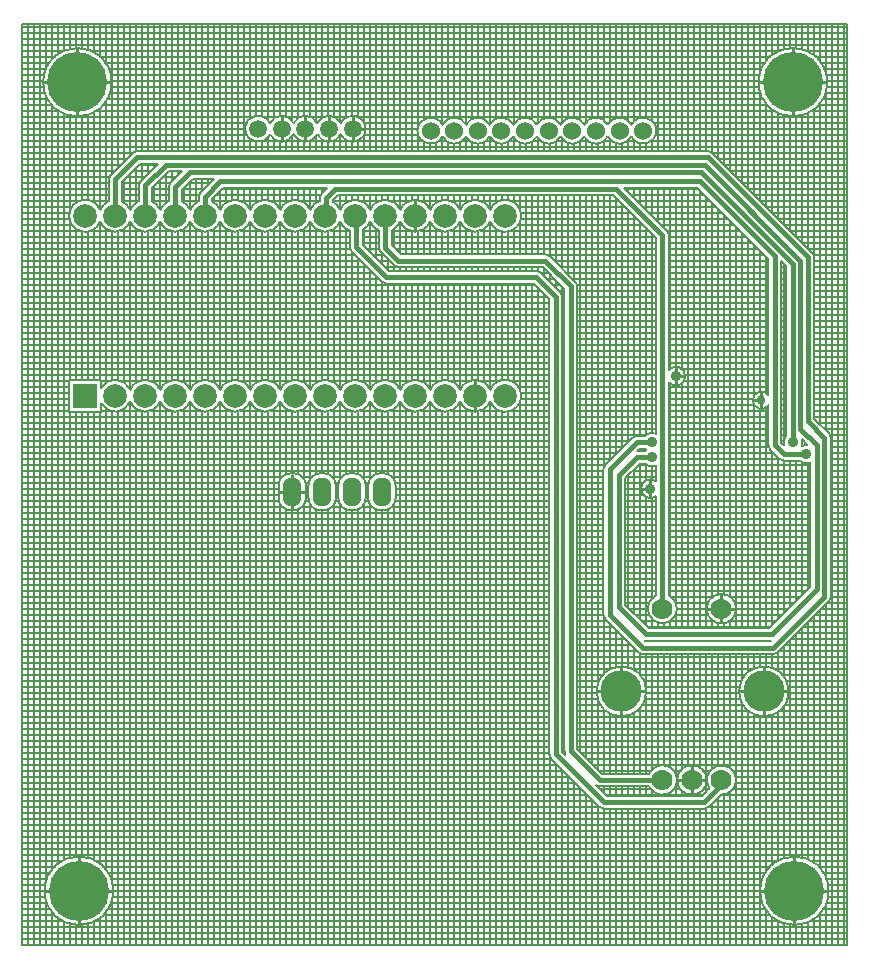
<source format=gbl>
G04*
G04 #@! TF.GenerationSoftware,Altium Limited,CircuitMaker,2.2.1 (2.2.1.6)*
G04*
G04 Layer_Physical_Order=2*
G04 Layer_Color=11436288*
%FSLAX25Y25*%
%MOIN*%
G70*
G04*
G04 #@! TF.SameCoordinates,14122C10-9453-4DBA-84BC-A3BC323669C7*
G04*
G04*
G04 #@! TF.FilePolarity,Positive*
G04*
G01*
G75*
%ADD10C,0.01000*%
%ADD25C,0.00800*%
%ADD28C,0.01500*%
%ADD29R,0.07874X0.07874*%
%ADD30C,0.07874*%
%ADD31C,0.20000*%
%ADD32C,0.06000*%
%ADD33C,0.13780*%
%ADD34C,0.07000*%
G04:AMPARAMS|DCode=35|XSize=62.99mil|YSize=94.49mil|CornerRadius=25.2mil|HoleSize=0mil|Usage=FLASHONLY|Rotation=0.000|XOffset=0mil|YOffset=0mil|HoleType=Round|Shape=RoundedRectangle|*
%AMROUNDEDRECTD35*
21,1,0.06299,0.04410,0,0,0.0*
21,1,0.01260,0.09449,0,0,0.0*
1,1,0.05039,0.00630,-0.02205*
1,1,0.05039,-0.00630,-0.02205*
1,1,0.05039,-0.00630,0.02205*
1,1,0.05039,0.00630,0.02205*
%
%ADD35ROUNDEDRECTD35*%
%ADD36C,0.05905*%
%ADD37C,0.03500*%
%ADD38C,0.03000*%
D10*
X259000Y289500D02*
X270000D01*
X259000D02*
Y300500D01*
Y278500D02*
Y289500D01*
X248000D02*
X259000D01*
X220000Y191500D02*
X222750D01*
X220000D02*
Y194250D01*
Y188750D02*
Y191500D01*
X248500Y183500D02*
Y186000D01*
X246000Y183500D02*
X248500D01*
Y181000D02*
Y183500D01*
X235185Y114000D02*
X239685D01*
X235185D02*
Y118500D01*
X230685Y114000D02*
X235185D01*
Y109500D02*
Y114000D01*
X249342Y86441D02*
Y94331D01*
Y86441D02*
X257232D01*
X241453D02*
X249342D01*
Y78551D02*
Y86441D01*
X259500Y20000D02*
X270500D01*
X259500D02*
Y31000D01*
X248500Y20000D02*
X259500D01*
Y9000D02*
Y20000D01*
X225342Y56913D02*
X229842D01*
X225342D02*
Y61413D01*
X220843Y56913D02*
X225342D01*
Y52413D02*
Y56913D01*
X211500Y151250D02*
Y154000D01*
Y156750D01*
X208750Y154000D02*
X211500D01*
X201842Y86441D02*
X209732D01*
X201842Y78551D02*
Y86441D01*
Y94331D01*
X193953Y86441D02*
X201842D01*
X112248Y274000D02*
X116201D01*
X112248Y270047D02*
Y274000D01*
Y277953D01*
X104374Y270047D02*
Y274000D01*
Y277953D01*
X133100Y245000D02*
Y249937D01*
Y240063D02*
Y245000D01*
X96500Y274000D02*
Y277953D01*
Y270047D02*
Y274000D01*
X88626Y270047D02*
Y274000D01*
Y277953D01*
X20500Y289500D02*
Y300500D01*
X9500Y289500D02*
X20500D01*
X31500D01*
X20500Y278500D02*
Y289500D01*
X153100Y185000D02*
Y189937D01*
Y180063D02*
Y185000D01*
X92118Y153000D02*
Y158724D01*
Y153000D02*
X96268D01*
X87968D02*
X92118D01*
Y147276D02*
Y153000D01*
X21000Y20000D02*
X32000D01*
X21000D02*
Y31000D01*
X10000Y20000D02*
X21000D01*
Y9000D02*
Y20000D01*
D25*
X266150Y231071D02*
G03*
X265520Y232591I-2150J0D01*
G01*
X266150Y231071D02*
G03*
X265520Y232591I-2150J0D01*
G01*
X270400Y289500D02*
G03*
X270400Y289500I-11400J0D01*
G01*
X232091Y266020D02*
G03*
X230571Y266650I-1520J-1520D01*
G01*
X232091Y266020D02*
G03*
X230571Y266650I-1520J-1520D01*
G01*
X217650Y238500D02*
G03*
X217020Y240020I-2150J0D01*
G01*
X271650Y171000D02*
G03*
X271020Y172520I-2150J0D01*
G01*
X271650Y171000D02*
G03*
X271020Y172520I-2150J0D01*
G01*
X256850Y171802D02*
G03*
X255999Y168541I2150J-2302D01*
G01*
X262150Y169500D02*
G03*
X262000Y170459I-3150J0D01*
G01*
X263826Y168633D02*
G03*
X261866Y168193I-326J-3133D01*
G01*
X261866D02*
G03*
X262150Y169500I-2866J1307D01*
G01*
X261198Y163350D02*
G03*
X264850Y162654I2302J2150D01*
G01*
X223150Y191500D02*
G03*
X217650Y193598I-3150J0D01*
G01*
Y189402D02*
G03*
X223150Y191500I2350J2098D01*
G01*
X254480Y163980D02*
G03*
X256000Y163350I1520J1520D01*
G01*
X254480Y163980D02*
G03*
X256000Y163350I1520J1520D01*
G01*
X250850Y185199D02*
G03*
X250850Y181801I-2350J-1699D01*
G01*
Y168500D02*
G03*
X251480Y166980I2150J0D01*
G01*
X250850Y168500D02*
G03*
X251480Y166980I2150J0D01*
G01*
X213506Y273362D02*
G03*
X205169Y275327I-4400J0D01*
G01*
D02*
G03*
X197295Y275327I-3937J-1965D01*
G01*
X205169Y271397D02*
G03*
X213506Y273362I3937J1965D01*
G01*
X197295Y271397D02*
G03*
X205169Y271397I3937J1965D01*
G01*
X197295Y275327D02*
G03*
X189421Y275327I-3937J-1965D01*
G01*
Y271397D02*
G03*
X197295Y271397I3937J1965D01*
G01*
X217650Y238500D02*
G03*
X217020Y240020I-2150J0D01*
G01*
X189421Y275327D02*
G03*
X181547Y275327I-3937J-1965D01*
G01*
X181547D02*
G03*
X173673Y275327I-3937J-1965D01*
G01*
X181547Y271397D02*
G03*
X189421Y271397I3937J1965D01*
G01*
X173673D02*
G03*
X181547Y271397I3937J1965D01*
G01*
X173673Y275327D02*
G03*
X165799Y275327I-3937J-1965D01*
G01*
Y271397D02*
G03*
X173673Y271397I3937J1965D01*
G01*
X178020Y231520D02*
G03*
X176500Y232150I-1520J-1520D01*
G01*
X187150Y221500D02*
G03*
X186520Y223020I-2150J0D01*
G01*
X187150Y221500D02*
G03*
X186520Y223020I-2150J0D01*
G01*
X213350Y172346D02*
G03*
X209698Y171650I-1350J-2846D01*
G01*
Y167350D02*
G03*
X210084Y167000I2302J2150D01*
G01*
D02*
G03*
X209698Y166650I1916J-2500D01*
G01*
Y162350D02*
G03*
X213350Y161654I2302J2150D01*
G01*
X207000Y171650D02*
G03*
X205480Y171020I0J-2150D01*
G01*
X207000Y171650D02*
G03*
X205480Y171020I0J-2150D01*
G01*
X196480Y162020D02*
G03*
X195850Y160500I1520J-1520D01*
G01*
X196480Y162020D02*
G03*
X195850Y160500I1520J-1520D01*
G01*
X182150Y218000D02*
G03*
X181520Y219520I-2150J0D01*
G01*
X182150Y218000D02*
G03*
X181520Y219520I-2150J0D01*
G01*
X178020Y231520D02*
G03*
X176500Y232150I-1520J-1520D01*
G01*
X175020Y226020D02*
G03*
X173500Y226650I-1520J-1520D01*
G01*
X175020Y226020D02*
G03*
X173500Y226650I-1520J-1520D01*
G01*
X271020Y116480D02*
G03*
X271650Y118000I-1520J1520D01*
G01*
X271020Y116480D02*
G03*
X271650Y118000I-1520J1520D01*
G01*
X252500Y98850D02*
G03*
X254020Y99480I0J2150D01*
G01*
X252500Y98850D02*
G03*
X254020Y99480I0J2150D01*
G01*
X240085Y114000D02*
G03*
X240085Y114000I-4900J0D01*
G01*
X257632Y86441D02*
G03*
X257632Y86441I-8290J0D01*
G01*
X270900Y20000D02*
G03*
X270900Y20000I-11400J0D01*
G01*
X235056Y52015D02*
G03*
X240085Y56913I129J4898D01*
G01*
D02*
G03*
X231127Y54167I-4900J0D01*
G01*
X230242Y56913D02*
G03*
X230242Y56913I-4900J0D01*
G01*
X229500Y47350D02*
G03*
X231020Y47980I0J2150D01*
G01*
X229500Y47350D02*
G03*
X231020Y47980I0J2150D01*
G01*
X213350Y156550D02*
G03*
X213350Y151451I-1850J-2550D01*
G01*
X220400Y114000D02*
G03*
X217650Y118403I-4900J0D01*
G01*
X213350D02*
G03*
X220400Y114000I2150J-4403D01*
G01*
X195850Y112000D02*
G03*
X196480Y110480I2150J0D01*
G01*
X195850Y112000D02*
G03*
X196480Y110480I2150J0D01*
G01*
X209664Y103376D02*
G03*
X210000Y103350I336J2124D01*
G01*
X209664Y103376D02*
G03*
X210000Y103350I336J2124D01*
G01*
X207480Y99480D02*
G03*
X209000Y98850I1520J1520D01*
G01*
X207480Y99480D02*
G03*
X209000Y98850I1520J1520D01*
G01*
X220400Y56913D02*
G03*
X211097Y59063I-4900J0D01*
G01*
Y54763D02*
G03*
X220400Y56913I4403J2150D01*
G01*
X210132Y86441D02*
G03*
X210132Y86441I-8290J0D01*
G01*
X193456Y55085D02*
G03*
X194587Y54763I1131J1829D01*
G01*
X193456Y55085D02*
G03*
X194587Y54763I1131J1829D01*
G01*
X194480Y47980D02*
G03*
X196000Y47350I1520J1520D01*
G01*
X194480Y47980D02*
G03*
X196000Y47350I1520J1520D01*
G01*
X182850Y66500D02*
G03*
X183171Y65369I2150J0D01*
G01*
X182850Y66500D02*
G03*
X183171Y65369I2150J0D01*
G01*
X177850Y65500D02*
G03*
X178480Y63980I2150J0D01*
G01*
X177850Y65500D02*
G03*
X178480Y63980I2150J0D01*
G01*
X165799Y275327D02*
G03*
X157925Y275327I-3937J-1965D01*
G01*
D02*
G03*
X150051Y275327I-3937J-1965D01*
G01*
X157925Y271397D02*
G03*
X165799Y271397I3937J1965D01*
G01*
X150051D02*
G03*
X157925Y271397I3937J1965D01*
G01*
X150051Y275327D02*
G03*
X142177Y275327I-3937J-1965D01*
G01*
Y271397D02*
G03*
X150051Y271397I3937J1965D01*
G01*
X142177Y275327D02*
G03*
X142177Y271397I-3937J-1965D01*
G01*
X116601Y274000D02*
G03*
X108311Y275856I-4353J0D01*
G01*
X108311D02*
G03*
X100437Y275856I-3937J-1856D01*
G01*
X108311Y272144D02*
G03*
X116601Y274000I3937J1856D01*
G01*
X100437Y272144D02*
G03*
X108311Y272144I3937J1856D01*
G01*
X101980Y252520D02*
G03*
X101350Y251000I1520J-1520D01*
G01*
X101980Y252520D02*
G03*
X101350Y251000I1520J-1520D01*
G01*
X168437Y245000D02*
G03*
X158100Y246866I-5337J0D01*
G01*
D02*
G03*
X148100Y246866I-5000J-1867D01*
G01*
D02*
G03*
X138100Y246866I-5000J-1867D01*
G01*
D02*
G03*
X128100Y246866I-5000J-1867D01*
G01*
X158100Y243133D02*
G03*
X168437Y245000I5000J1867D01*
G01*
X148100Y243133D02*
G03*
X158100Y243133I5000J1867D01*
G01*
X138100D02*
G03*
X148100Y243133I5000J1867D01*
G01*
X128100D02*
G03*
X138100Y243133I5000J1867D01*
G01*
X125250Y240115D02*
G03*
X128100Y243133I-2150J4885D01*
G01*
Y246866D02*
G03*
X118100Y246866I-5000J-1867D01*
G01*
D02*
G03*
X108100Y246866I-5000J-1867D01*
G01*
X118100Y243133D02*
G03*
X120950Y240115I5000J1867D01*
G01*
X115650Y240312D02*
G03*
X118100Y243133I-2550J4688D01*
G01*
X108100Y246866D02*
G03*
X105650Y249688I-5000J-1867D01*
G01*
X108100Y243133D02*
G03*
X111350Y239958I5000J1867D01*
G01*
X98100Y243133D02*
G03*
X108100Y243133I5000J1867D01*
G01*
X120950Y234400D02*
G03*
X121580Y232880I2150J0D01*
G01*
X120950Y234400D02*
G03*
X121580Y232880I2150J0D01*
G01*
X125980Y228480D02*
G03*
X127500Y227850I1520J1520D01*
G01*
X125980Y228480D02*
G03*
X127500Y227850I1520J1520D01*
G01*
X111350Y234500D02*
G03*
X111980Y232980I2150J0D01*
G01*
X111350Y234500D02*
G03*
X111980Y232980I2150J0D01*
G01*
X100437Y275856D02*
G03*
X92563Y275856I-3937J-1856D01*
G01*
D02*
G03*
X84689Y275856I-3937J-1856D01*
G01*
X92563Y272144D02*
G03*
X100437Y272144I3937J1856D01*
G01*
X84689Y272144D02*
G03*
X92563Y272144I3937J1856D01*
G01*
X84689Y275856D02*
G03*
X84689Y272144I-3937J-1856D01*
G01*
X31900Y289500D02*
G03*
X31900Y289500I-11400J0D01*
G01*
X40500Y266650D02*
G03*
X38980Y266020I0J-2150D01*
G01*
X40500Y266650D02*
G03*
X38980Y266020I0J-2150D01*
G01*
X61580Y252920D02*
G03*
X60950Y251400I1520J-1520D01*
G01*
X61580Y252920D02*
G03*
X60950Y251400I1520J-1520D01*
G01*
X101350Y250042D02*
G03*
X98100Y246866I1750J-5042D01*
G01*
D02*
G03*
X88100Y246866I-5000J-1867D01*
G01*
D02*
G03*
X78100Y246866I-5000J-1867D01*
G01*
X88100Y243133D02*
G03*
X98100Y243133I5000J1867D01*
G01*
X78100D02*
G03*
X88100Y243133I5000J1867D01*
G01*
X78100Y246866D02*
G03*
X68100Y246866I-5000J-1867D01*
G01*
D02*
G03*
X65250Y249885I-5000J-1867D01*
G01*
X60950D02*
G03*
X58100Y246866I2150J-4885D01*
G01*
X68100Y243133D02*
G03*
X78100Y243133I5000J1867D01*
G01*
X58100D02*
G03*
X68100Y243133I5000J1867D01*
G01*
X51580Y256120D02*
G03*
X50950Y254600I1520J-1520D01*
G01*
X51580Y256120D02*
G03*
X50950Y254600I1520J-1520D01*
G01*
X41580Y256620D02*
G03*
X40950Y255100I1520J-1520D01*
G01*
X31580Y258620D02*
G03*
X30950Y257100I1520J-1520D01*
G01*
X41580Y256620D02*
G03*
X40950Y255100I1520J-1520D01*
G01*
X31580Y258620D02*
G03*
X30950Y257100I1520J-1520D01*
G01*
X58100Y246866D02*
G03*
X55250Y249885I-5000J-1867D01*
G01*
X50950D02*
G03*
X48100Y246866I2150J-4885D01*
G01*
D02*
G03*
X45250Y249885I-5000J-1867D01*
G01*
X40950D02*
G03*
X38100Y246866I2150J-4885D01*
G01*
X48100Y243133D02*
G03*
X58100Y243133I5000J1867D01*
G01*
X38100D02*
G03*
X48100Y243133I5000J1867D01*
G01*
X38100Y246866D02*
G03*
X35250Y249885I-5000J-1867D01*
G01*
X30950D02*
G03*
X28100Y246866I2150J-4885D01*
G01*
D02*
G03*
X28100Y243133I-5000J-1867D01*
G01*
D02*
G03*
X38100Y243133I5000J1867D01*
G01*
X168437Y185000D02*
G03*
X158100Y186866I-5337J0D01*
G01*
Y183133D02*
G03*
X168437Y185000I5000J1867D01*
G01*
X158100Y186866D02*
G03*
X148100Y186866I-5000J-1867D01*
G01*
Y183133D02*
G03*
X158100Y183133I5000J1867D01*
G01*
X148100Y186866D02*
G03*
X138100Y186866I-5000J-1867D01*
G01*
Y183133D02*
G03*
X148100Y183133I5000J1867D01*
G01*
X121980Y222980D02*
G03*
X123500Y222350I1520J1520D01*
G01*
X121980Y222980D02*
G03*
X123500Y222350I1520J1520D01*
G01*
X128100Y183133D02*
G03*
X138100Y183133I5000J1867D01*
G01*
Y186866D02*
G03*
X128100Y186866I-5000J-1867D01*
G01*
X118100Y183133D02*
G03*
X128100Y183133I5000J1867D01*
G01*
Y186866D02*
G03*
X118100Y186866I-5000J-1867D01*
G01*
X108100Y183133D02*
G03*
X118100Y183133I5000J1867D01*
G01*
Y186866D02*
G03*
X108100Y186866I-5000J-1867D01*
G01*
X126550Y155205D02*
G03*
X122630Y159124I-3920J0D01*
G01*
X121370D02*
G03*
X117450Y155205I0J-3920D01*
G01*
X116589D02*
G03*
X112669Y159124I-3920J0D01*
G01*
X111409D02*
G03*
X107490Y155205I0J-3920D01*
G01*
X117450Y150795D02*
G03*
X121370Y146876I3920J0D01*
G01*
X112669D02*
G03*
X116589Y150795I0J3920D01*
G01*
X122630Y146876D02*
G03*
X126550Y150795I0J3920D01*
G01*
X107490D02*
G03*
X111409Y146876I3920J0D01*
G01*
X108100Y186866D02*
G03*
X98100Y186866I-5000J-1867D01*
G01*
Y183133D02*
G03*
X108100Y183133I5000J1867D01*
G01*
X98100Y186866D02*
G03*
X88100Y186866I-5000J-1867D01*
G01*
Y183133D02*
G03*
X98100Y183133I5000J1867D01*
G01*
X78100D02*
G03*
X88100Y183133I5000J1867D01*
G01*
Y186866D02*
G03*
X78100Y186866I-5000J-1867D01*
G01*
X68100Y183133D02*
G03*
X78100Y183133I5000J1867D01*
G01*
Y186866D02*
G03*
X68100Y186866I-5000J-1867D01*
G01*
X58100Y183133D02*
G03*
X68100Y183133I5000J1867D01*
G01*
Y186866D02*
G03*
X58100Y186866I-5000J-1867D01*
G01*
D02*
G03*
X48100Y186866I-5000J-1867D01*
G01*
Y183133D02*
G03*
X58100Y183133I5000J1867D01*
G01*
X48100Y186866D02*
G03*
X38100Y186866I-5000J-1867D01*
G01*
Y183133D02*
G03*
X48100Y183133I5000J1867D01*
G01*
X38100Y186866D02*
G03*
X28437Y187596I-5000J-1867D01*
G01*
Y182404D02*
G03*
X38100Y183133I4663J2596D01*
G01*
X106628Y155205D02*
G03*
X102709Y159124I-3920J0D01*
G01*
X101449D02*
G03*
X97529Y155205I0J-3920D01*
G01*
X96668D02*
G03*
X92748Y159124I-3920J0D01*
G01*
X91488D02*
G03*
X87568Y155205I0J-3920D01*
G01*
X102709Y146876D02*
G03*
X106628Y150795I0J3920D01*
G01*
X97529D02*
G03*
X101449Y146876I3920J0D01*
G01*
X92748D02*
G03*
X96668Y150795I0J3920D01*
G01*
X87568D02*
G03*
X91488Y146876I3920J0D01*
G01*
X32400Y20000D02*
G03*
X32400Y20000I-11400J0D01*
G01*
X269474Y294000D02*
X277000D01*
X270000Y292493D02*
Y309000D01*
X270389Y290000D02*
X277000D01*
X270123Y292000D02*
X277000D01*
X266597Y298000D02*
X277000D01*
X263440Y300000D02*
X277000D01*
X268365Y296000D02*
X277000D01*
X269849Y286000D02*
X277000D01*
X270301Y288000D02*
X277000D01*
X267585Y282000D02*
X277000D01*
X268986Y284000D02*
X277000D01*
X250112Y248000D02*
X277000D01*
X265302Y280000D02*
X277000D01*
X254112Y244000D02*
X277000D01*
X252112Y246000D02*
X277000D01*
X264000Y299745D02*
Y309000D01*
X262000Y300498D02*
Y309000D01*
X268000Y296497D02*
Y309000D01*
X266000Y298498D02*
Y309000D01*
X260000Y300856D02*
Y309000D01*
X258000Y300856D02*
Y309000D01*
X256000Y300498D02*
Y309000D01*
X254000Y299745D02*
Y309000D01*
X252000Y298498D02*
Y309000D01*
X254000Y244112D02*
Y279255D01*
X250000Y248112D02*
Y282503D01*
Y296497D02*
Y309000D01*
X252000Y246112D02*
Y280502D01*
X264112Y234000D02*
X277000D01*
X270000Y173541D02*
Y286507D01*
X268000Y175541D02*
Y282503D01*
X258112Y240000D02*
X277000D01*
X256112Y242000D02*
X277000D01*
X262112Y236000D02*
X277000D01*
X260112Y238000D02*
X277000D01*
X266150Y228000D02*
X277000D01*
X266150Y230000D02*
X277000D01*
X266150Y224000D02*
X277000D01*
X266150Y226000D02*
X277000D01*
X265939Y232000D02*
X277000D01*
X266150Y177391D02*
Y231071D01*
X262000Y236112D02*
Y278502D01*
X260000Y238112D02*
Y278144D01*
X266000Y231860D02*
Y280502D01*
X264000Y234112D02*
Y279255D01*
X258000Y240112D02*
Y278144D01*
X256000Y242112D02*
Y278502D01*
X250850Y185199D02*
Y230574D01*
X250000Y185982D02*
Y231424D01*
X256850Y171802D02*
Y228109D01*
X255150Y229809D02*
X256850Y228109D01*
X256000Y170460D02*
Y228959D01*
X255150Y169391D02*
Y229809D01*
Y226000D02*
X256850D01*
X255150Y228000D02*
X256850D01*
X255150Y224000D02*
X256850D01*
X248000Y292493D02*
Y309000D01*
X244000Y254112D02*
Y309000D01*
X213460Y274000D02*
X277000D01*
X212628Y276000D02*
X277000D01*
X213290Y272000D02*
X277000D01*
X242000Y256112D02*
Y309000D01*
X238112Y260000D02*
X277000D01*
X236112Y262000D02*
X277000D01*
X242112Y256000D02*
X277000D01*
X240112Y258000D02*
X277000D01*
X232112Y266000D02*
X277000D01*
X211945Y270000D02*
X277000D01*
X234112Y264000D02*
X277000D01*
X236000Y262112D02*
Y309000D01*
X234000Y264112D02*
Y309000D01*
X240000Y258112D02*
Y309000D01*
X238000Y260112D02*
Y309000D01*
X228000Y266650D02*
Y309000D01*
X222000Y266650D02*
Y309000D01*
X232000Y266106D02*
Y309000D01*
X230000Y266650D02*
Y309000D01*
X226000Y266650D02*
Y309000D01*
X224000Y266650D02*
Y309000D01*
X220000Y266650D02*
Y309000D01*
X218000Y266650D02*
Y309000D01*
X202691Y254350D02*
X227074D01*
X246112Y252000D02*
X277000D01*
X246000Y252112D02*
Y309000D01*
X248112Y250000D02*
X277000D01*
X248000Y250112D02*
Y286507D01*
X244112Y254000D02*
X277000D01*
X232091Y266020D02*
X265520Y232591D01*
X227074Y254350D02*
X250850Y230574D01*
X246000Y184970D02*
Y235424D01*
X217650Y232000D02*
X249424D01*
X217650Y234000D02*
X247424D01*
X217650Y230000D02*
X250850D01*
X248000Y186357D02*
Y233424D01*
X217650Y226000D02*
X250850D01*
X217650Y228000D02*
X250850D01*
X217650Y224000D02*
X250850D01*
X211041Y246000D02*
X235424D01*
X220000Y194650D02*
Y254350D01*
X222000Y193934D02*
Y254350D01*
X218000Y193934D02*
Y254350D01*
X205041Y252000D02*
X229424D01*
X203041Y254000D02*
X227424D01*
X209041Y248000D02*
X233424D01*
X207041Y250000D02*
X231424D01*
X217650Y238000D02*
X243424D01*
X217040Y240000D02*
X241424D01*
X217650Y236000D02*
X245424D01*
X217650Y193598D02*
Y238500D01*
X215041Y242000D02*
X239424D01*
X213041Y244000D02*
X237424D01*
X266150Y210000D02*
X277000D01*
X266150Y212000D02*
X277000D01*
X266150Y206000D02*
X277000D01*
X266150Y208000D02*
X277000D01*
X266150Y220000D02*
X277000D01*
X266150Y222000D02*
X277000D01*
X266150Y214000D02*
X277000D01*
X266150Y218000D02*
X277000D01*
X266150Y196000D02*
X277000D01*
X266150Y198000D02*
X277000D01*
X266150Y192000D02*
X277000D01*
X266150Y194000D02*
X277000D01*
X266150Y202000D02*
X277000D01*
X266150Y204000D02*
X277000D01*
X266150Y200000D02*
X277000D01*
X266150Y216000D02*
X277000D01*
X255150Y218000D02*
X256850D01*
X255150Y212000D02*
X256850D01*
X255150Y214000D02*
X256850D01*
X255150Y208000D02*
X256850D01*
X255150Y210000D02*
X256850D01*
X255150Y204000D02*
X256850D01*
X255150Y206000D02*
X256850D01*
X255150Y194000D02*
X256850D01*
X255150Y196000D02*
X256850D01*
X255150Y190000D02*
X256850D01*
X255150Y192000D02*
X256850D01*
X255150Y200000D02*
X256850D01*
X255150Y202000D02*
X256850D01*
X255150Y198000D02*
X256850D01*
X266150Y180000D02*
X277000D01*
X266150Y182000D02*
X277000D01*
X267541Y176000D02*
X277000D01*
X266150Y178000D02*
X277000D01*
X266150Y188000D02*
X277000D01*
X266150Y190000D02*
X277000D01*
X266150Y184000D02*
X277000D01*
X266150Y186000D02*
X277000D01*
X271650Y164000D02*
X277000D01*
X271650Y168000D02*
X277000D01*
X271650Y160000D02*
X277000D01*
X271650Y162000D02*
X277000D01*
X271403Y172000D02*
X277000D01*
X269541Y174000D02*
X277000D01*
X271650Y170000D02*
X277000D01*
X266150Y177391D02*
X271020Y172520D01*
X262000Y170459D02*
X263826Y168633D01*
X255150Y186000D02*
X256850D01*
X255150Y188000D02*
X256850D01*
X255150Y176000D02*
X256850D01*
X262110Y170000D02*
X262459D01*
X271650Y166000D02*
X277000D01*
X256000Y163350D02*
X261198D01*
X255150Y220000D02*
X256850D01*
X255150Y222000D02*
X256850D01*
X255150Y216000D02*
X256850D01*
X217650Y214000D02*
X250850D01*
X217650Y220000D02*
X250850D01*
X217650Y222000D02*
X250850D01*
X217650Y216000D02*
X250850D01*
X217650Y218000D02*
X250850D01*
X217650Y204000D02*
X250850D01*
X217650Y206000D02*
X250850D01*
X217650Y200000D02*
X250850D01*
X217650Y202000D02*
X250850D01*
X217650Y210000D02*
X250850D01*
X217650Y212000D02*
X250850D01*
X217650Y208000D02*
X250850D01*
X223110Y192000D02*
X250850D01*
X221916Y194000D02*
X250850D01*
X217650Y196000D02*
X250850D01*
X217650Y198000D02*
X250850D01*
X217650Y194000D02*
X218084D01*
X222770Y190000D02*
X250850D01*
X249970Y186000D02*
X250850D01*
X217650Y188000D02*
X250850D01*
X217650Y186000D02*
X247030D01*
X217650Y184000D02*
X245643D01*
X255150Y172000D02*
X256850D01*
X255150Y174000D02*
X256850D01*
X255150Y169391D02*
X255999Y168541D01*
X255150Y170000D02*
X255890D01*
X255150Y182000D02*
X256850D01*
X255150Y184000D02*
X256850D01*
X255150Y178000D02*
X256850D01*
X255150Y180000D02*
X256850D01*
X251480Y166980D02*
X254480Y163980D01*
X217650Y166000D02*
X252459D01*
X217650Y162000D02*
X264850D01*
X217650Y164000D02*
X254459D01*
X217650Y160000D02*
X264850D01*
X250850Y168500D02*
Y181801D01*
X217650Y182000D02*
X246018D01*
X217650Y178000D02*
X250850D01*
X217650Y180000D02*
X250850D01*
X217650Y174000D02*
X250850D01*
X217650Y176000D02*
X250850D01*
X217650Y170000D02*
X250850D01*
X217650Y172000D02*
X250850D01*
X217650Y168000D02*
X250909D01*
X210000Y277671D02*
Y309000D01*
X208000Y277621D02*
Y309000D01*
X216000Y266650D02*
Y309000D01*
X212000Y276677D02*
Y309000D01*
X206000Y276478D02*
Y309000D01*
X204000Y276783D02*
Y309000D01*
X206000Y266650D02*
Y270246D01*
X212000Y266650D02*
Y270048D01*
X210000Y266650D02*
Y269054D01*
X204070Y270000D02*
X206268D01*
X204754Y276000D02*
X205585D01*
X204000Y266650D02*
Y269942D01*
X202000Y277695D02*
Y309000D01*
X200000Y277586D02*
Y309000D01*
X198000Y276348D02*
Y309000D01*
X196000Y276881D02*
Y309000D01*
X194000Y277715D02*
Y309000D01*
X192000Y277547D02*
Y309000D01*
X190000Y276205D02*
Y309000D01*
X188000Y276972D02*
Y309000D01*
X196880Y276000D02*
X197711D01*
X196196Y270000D02*
X198394D01*
X188322D02*
X190520D01*
X189006Y276000D02*
X189837D01*
X188000Y266650D02*
Y269752D01*
X214000Y266650D02*
Y309000D01*
X212000Y245041D02*
Y254350D01*
X216000Y241041D02*
Y254350D01*
X214000Y243041D02*
Y254350D01*
X208000Y249041D02*
Y254350D01*
Y266650D02*
Y269104D01*
X202691Y254350D02*
X217020Y240020D01*
X210000Y247041D02*
Y254350D01*
X212000Y172650D02*
Y238959D01*
X213350Y172346D02*
Y237609D01*
X210000Y171934D02*
Y240959D01*
X199109Y251850D02*
X213350Y237609D01*
X208000Y171650D02*
Y242959D01*
X206000Y171403D02*
Y244959D01*
X200000Y266650D02*
Y269138D01*
X198000Y266650D02*
Y270377D01*
X206000Y251041D02*
Y254350D01*
X202000Y266650D02*
Y269030D01*
X192000Y266650D02*
Y269177D01*
X190000Y266650D02*
Y270519D01*
X196000Y266650D02*
Y269844D01*
X194000Y266650D02*
Y269009D01*
X204000Y169541D02*
Y246959D01*
Y253041D02*
Y254350D01*
X202000Y167541D02*
Y248959D01*
X200000Y165541D02*
Y250959D01*
X198000Y163541D02*
Y251850D01*
X186000Y223541D02*
Y251850D01*
X196000Y161289D02*
Y251850D01*
X186000Y277732D02*
Y309000D01*
X184000Y277504D02*
Y309000D01*
X182000Y276049D02*
Y309000D01*
X180000Y277057D02*
Y309000D01*
X178000Y277745D02*
Y309000D01*
X181132Y276000D02*
X181963D01*
X180448Y270000D02*
X182646D01*
X186000Y266650D02*
Y268992D01*
X184000Y266650D02*
Y269220D01*
X178000Y266650D02*
Y268980D01*
X180000Y266650D02*
Y269668D01*
X176000Y277457D02*
Y309000D01*
X170000Y277754D02*
Y309000D01*
X174000Y275877D02*
Y309000D01*
X172000Y277135D02*
Y309000D01*
X168000Y277405D02*
Y309000D01*
X162000Y277760D02*
Y309000D01*
X166000Y275686D02*
Y309000D01*
X164000Y277208D02*
Y309000D01*
X173258Y276000D02*
X174089D01*
X172574Y270000D02*
X174772D01*
X174000Y266650D02*
Y270847D01*
X164700Y270000D02*
X166898D01*
X165384Y276000D02*
X166215D01*
X182000Y266650D02*
Y270675D01*
X180000Y229541D02*
Y251850D01*
X184000Y225541D02*
Y251850D01*
X182000Y227541D02*
Y251850D01*
X176000Y266650D02*
Y269267D01*
X174000Y232150D02*
Y251850D01*
X178000Y231540D02*
Y251850D01*
X176000Y232150D02*
Y251850D01*
X168342Y246000D02*
X204959D01*
X167514Y248000D02*
X202959D01*
X168342Y244000D02*
X206959D01*
X167514Y242000D02*
X208959D01*
X164966Y250000D02*
X200959D01*
X164966Y240000D02*
X210959D01*
X172000Y266650D02*
Y269589D01*
X170000Y266650D02*
Y268970D01*
X168000Y247115D02*
Y251850D01*
Y266650D02*
Y269319D01*
X166000Y266650D02*
Y271038D01*
X164000Y266650D02*
Y269516D01*
Y250261D02*
Y251850D01*
X162000Y266650D02*
Y268964D01*
X168000Y232150D02*
Y242885D01*
X166000Y249480D02*
Y251850D01*
X172000Y232150D02*
Y251850D01*
X170000Y232150D02*
Y251850D01*
X164000Y232150D02*
Y239739D01*
X162000Y232150D02*
Y239778D01*
X166000Y232150D02*
Y240520D01*
X187150Y216000D02*
X213350D01*
X187150Y218000D02*
X213350D01*
X187150Y212000D02*
X213350D01*
X187150Y214000D02*
X213350D01*
X185541Y224000D02*
X213350D01*
X183541Y226000D02*
X213350D01*
X187150Y220000D02*
X213350D01*
X187091Y222000D02*
X213350D01*
X187150Y196000D02*
X213350D01*
X187150Y204000D02*
X213350D01*
X187150Y192000D02*
X213350D01*
X187150Y194000D02*
X213350D01*
X187150Y208000D02*
X213350D01*
X187150Y210000D02*
X213350D01*
X187150Y206000D02*
X213350D01*
X187150Y202000D02*
X213350D01*
X182150Y218000D02*
X182850D01*
X182150Y210000D02*
X182850D01*
X182150Y216000D02*
X182850D01*
X182150Y202000D02*
X182850D01*
X182150Y208000D02*
X182850D01*
X187150Y198000D02*
X213350D01*
X187150Y200000D02*
X213350D01*
X187150Y184000D02*
X213350D01*
X187150Y190000D02*
X213350D01*
X187150Y188000D02*
X213350D01*
X182150Y200000D02*
X182850D01*
X187150Y186000D02*
X213350D01*
X187150Y178000D02*
X213350D01*
X187150Y180000D02*
X213350D01*
X187150Y176000D02*
X213350D01*
X187150Y182000D02*
X213350D01*
X187150Y174000D02*
X213350D01*
X187150Y172000D02*
X210084D01*
X207891Y167350D02*
X209698D01*
X207891Y162350D02*
X209698D01*
X205541Y160000D02*
X213350D01*
X207541Y162000D02*
X210084D01*
X203541Y158000D02*
X213350D01*
X207000Y171650D02*
X209698D01*
X208000Y166650D02*
Y167350D01*
X207191Y166650D02*
X207891Y167350D01*
X187150Y170000D02*
X204459D01*
X196480Y162020D02*
X205480Y171020D01*
X187150Y168000D02*
X202459D01*
X207191Y166650D02*
X209698D01*
X187150Y166000D02*
X200459D01*
X187150Y164000D02*
X198459D01*
X187150Y162000D02*
X196460D01*
X187150Y160000D02*
X195850D01*
X181541Y228000D02*
X213350D01*
X179541Y230000D02*
X213350D01*
X182000Y218789D02*
Y221459D01*
X179041Y222000D02*
X181459D01*
X177289Y232000D02*
X213350D01*
X178020Y231520D02*
X186520Y223020D01*
X175609Y227850D02*
X182850Y220609D01*
X175020Y226020D02*
X181520Y219520D01*
X182150Y212000D02*
X182850D01*
X182150Y214000D02*
X182850D01*
X182150Y204000D02*
X182850D01*
X182150Y206000D02*
X182850D01*
X181041Y220000D02*
X182850D01*
X172000Y226650D02*
Y227850D01*
X176000Y225041D02*
Y227459D01*
X174000Y226591D02*
Y227850D01*
X166000Y226650D02*
Y227850D01*
X164000Y226650D02*
Y227850D01*
X170000Y226650D02*
Y227850D01*
X168000Y226650D02*
Y227850D01*
X177041Y224000D02*
X179459D01*
X175041Y226000D02*
X177459D01*
X180000Y221041D02*
Y223459D01*
X178000Y223041D02*
Y225459D01*
X172609Y222350D02*
X177850Y217109D01*
X182150Y188000D02*
X182850D01*
X182150Y190000D02*
X182850D01*
X182150Y184000D02*
X182850D01*
X182150Y186000D02*
X182850D01*
X182150Y196000D02*
X182850D01*
X182150Y198000D02*
X182850D01*
X182150Y192000D02*
X182850D01*
X182150Y194000D02*
X182850D01*
X182150Y170000D02*
X182850D01*
X182150Y172000D02*
X182850D01*
X182150Y166000D02*
X182850D01*
X182150Y168000D02*
X182850D01*
X182150Y180000D02*
X182850D01*
X182150Y182000D02*
X182850D01*
X182150Y174000D02*
X182850D01*
X167514Y188000D02*
X177850D01*
X168000Y187115D02*
Y222350D01*
X168342Y184000D02*
X177850D01*
X168342Y186000D02*
X177850D01*
X164000Y190261D02*
Y222350D01*
X162000Y190222D02*
Y222350D01*
X164966Y190000D02*
X177850D01*
X166000Y189480D02*
Y222350D01*
X182150Y176000D02*
X182850D01*
X182150Y178000D02*
X182850D01*
X182150Y160000D02*
X182850D01*
X182150Y164000D02*
X182850D01*
X164966Y180000D02*
X177850D01*
X167514Y182000D02*
X177850D01*
X182150Y162000D02*
X182850D01*
X271650Y148000D02*
X277000D01*
X271650Y150000D02*
X277000D01*
X271650Y144000D02*
X277000D01*
X271650Y146000D02*
X277000D01*
X271650Y156000D02*
X277000D01*
X271650Y158000D02*
X277000D01*
X271650Y152000D02*
X277000D01*
X271650Y154000D02*
X277000D01*
X271650Y132000D02*
X277000D01*
X271650Y134000D02*
X277000D01*
X271650Y128000D02*
X277000D01*
X271650Y130000D02*
X277000D01*
X271650Y140000D02*
X277000D01*
X271650Y142000D02*
X277000D01*
X271650Y136000D02*
X277000D01*
X271650Y138000D02*
X277000D01*
X271650Y124000D02*
X277000D01*
X271650Y126000D02*
X277000D01*
X271650Y118000D02*
Y171000D01*
X264850Y121391D02*
Y162654D01*
X264000Y120541D02*
Y162390D01*
X262000Y118541D02*
Y162730D01*
X260000Y116541D02*
Y163350D01*
X258000Y114541D02*
Y163350D01*
X271650Y120000D02*
X277000D01*
X271650Y122000D02*
X277000D01*
X271650Y118000D02*
X277000D01*
X270541Y116000D02*
X277000D01*
X268541Y114000D02*
X277000D01*
X274000Y2000D02*
Y309000D01*
X272000Y2000D02*
Y309000D01*
X277000Y2000D02*
Y309000D01*
X276000Y2000D02*
Y309000D01*
X266541Y112000D02*
X277000D01*
X254020Y99480D02*
X271020Y116480D01*
X270000Y24440D02*
Y115459D01*
X268000Y27597D02*
Y113459D01*
X262541Y108000D02*
X277000D01*
X264541Y110000D02*
X277000D01*
X260541Y106000D02*
X277000D01*
X266000Y29365D02*
Y111459D01*
X256541Y102000D02*
X277000D01*
X258541Y104000D02*
X277000D01*
X254541Y100000D02*
X277000D01*
X256000Y112541D02*
Y163350D01*
X254000Y110541D02*
Y164459D01*
X264000Y30474D02*
Y109459D01*
X252000Y108541D02*
Y166459D01*
X248000Y107650D02*
Y180643D01*
X246000Y107650D02*
Y182030D01*
X251109Y107650D02*
X264850Y121391D01*
X250000Y107650D02*
Y181018D01*
X260000Y31389D02*
Y105459D01*
X256000Y91380D02*
Y101459D01*
X262000Y31122D02*
Y107459D01*
X258000Y31301D02*
Y103459D01*
X254000Y93299D02*
Y99460D01*
X217650Y148000D02*
X264850D01*
X217650Y150000D02*
X264850D01*
X217650Y144000D02*
X264850D01*
X217650Y146000D02*
X264850D01*
X217650Y156000D02*
X264850D01*
X217650Y158000D02*
X264850D01*
X217650Y152000D02*
X264850D01*
X217650Y154000D02*
X264850D01*
X217650Y134000D02*
X264850D01*
X217650Y136000D02*
X264850D01*
X217650Y130000D02*
X264850D01*
X217650Y132000D02*
X264850D01*
X217650Y140000D02*
X264850D01*
X217650Y142000D02*
X264850D01*
X217650Y138000D02*
X264850D01*
X236000Y118832D02*
Y245424D01*
X234000Y118754D02*
Y247424D01*
X240000Y114909D02*
Y241424D01*
X238000Y118011D02*
Y243424D01*
X217650Y126000D02*
X264850D01*
X217650Y128000D02*
X264850D01*
X217650Y124000D02*
X264850D01*
X232000Y117724D02*
Y249424D01*
X238015Y118000D02*
X261459D01*
X239658Y116000D02*
X259459D01*
X240085Y114000D02*
X257459D01*
X219973Y116000D02*
X230712D01*
X217650Y122000D02*
X264850D01*
X217650Y120000D02*
X263459D01*
X218330Y118000D02*
X232355D01*
X239658Y112000D02*
X255459D01*
X240000Y107650D02*
Y113091D01*
X244000Y107650D02*
Y237424D01*
X242000Y107650D02*
Y239424D01*
X238015Y110000D02*
X253459D01*
X238000Y107650D02*
Y109989D01*
X210891Y107650D02*
X251109D01*
X236000D02*
Y109168D01*
X240000Y57822D02*
Y98850D01*
X236000Y61745D02*
Y98850D01*
X210000Y103350D02*
X251809D01*
X210541Y108000D02*
X251459D01*
X209891Y103150D02*
X251609D01*
X230000Y107650D02*
Y251424D01*
X224000Y107650D02*
Y254350D01*
X222000Y107650D02*
Y189066D01*
X228000Y107650D02*
Y253424D01*
X226000Y107650D02*
Y254350D01*
X234000Y107650D02*
Y109246D01*
X232000Y107650D02*
Y110276D01*
X234000Y61668D02*
Y98850D01*
X224000Y61626D02*
Y98850D01*
X219973Y112000D02*
X230712D01*
X220400Y114000D02*
X230285D01*
X218330Y110000D02*
X232355D01*
X257484Y88000D02*
X277000D01*
X256829Y90000D02*
X277000D01*
X257265Y84000D02*
X277000D01*
X257621Y86000D02*
X277000D01*
X255492Y92000D02*
X277000D01*
X252746Y94000D02*
X277000D01*
X256342Y82000D02*
X277000D01*
X239999Y56000D02*
X277000D01*
X254561Y80000D02*
X277000D01*
X267622Y28000D02*
X277000D01*
X264974Y30000D02*
X277000D01*
X239963Y58000D02*
X277000D01*
X238991Y60000D02*
X277000D01*
X239125Y54000D02*
X277000D01*
X250000Y94705D02*
Y98850D01*
X248000Y94621D02*
Y98850D01*
X252000Y94293D02*
Y98850D01*
X246000Y94027D02*
Y98850D01*
X244000Y92779D02*
Y98850D01*
X242000Y90289D02*
Y98850D01*
X238000Y60924D02*
Y98850D01*
X256000Y30849D02*
Y81502D01*
X254000Y29985D02*
Y79583D01*
X252000Y28585D02*
Y78589D01*
X250000Y26302D02*
Y78177D01*
X270723Y22000D02*
X277000D01*
X270175Y24000D02*
X277000D01*
X270723Y18000D02*
X277000D01*
X270900Y20000D02*
X277000D01*
X269193Y26000D02*
X277000D01*
X270175Y16000D02*
X277000D01*
X267622Y12000D02*
X277000D01*
X269193Y14000D02*
X277000D01*
X270000Y2000D02*
Y15560D01*
X268000Y2000D02*
Y12403D01*
X264974Y10000D02*
X277000D01*
X266000Y2000D02*
Y10635D01*
X264000Y2000D02*
Y9526D01*
X248000Y2000D02*
Y78261D01*
X242000Y2000D02*
Y82593D01*
X240000Y2000D02*
Y56004D01*
X246000Y2000D02*
Y78855D01*
X244000Y2000D02*
Y80102D01*
X258000Y2000D02*
Y8699D01*
X256000Y2000D02*
Y9151D01*
X262000Y2000D02*
Y8878D01*
X260000Y2000D02*
Y8611D01*
X252000Y2000D02*
Y11415D01*
X250000Y2000D02*
Y13698D01*
X254000Y2000D02*
Y10014D01*
X209000Y98850D02*
X252500D01*
X205246Y94000D02*
X245939D01*
X207061Y80000D02*
X244124D01*
X207992Y92000D02*
X243193D01*
X187150Y96000D02*
X277000D01*
X187150Y98000D02*
X277000D01*
X187150Y76000D02*
X277000D01*
X187150Y78000D02*
X277000D01*
X188541Y66000D02*
X277000D01*
X187150Y68000D02*
X277000D01*
X192541Y62000D02*
X277000D01*
X190541Y64000D02*
X277000D01*
X187150Y72000D02*
X277000D01*
X187150Y74000D02*
X277000D01*
X187150Y70000D02*
X277000D01*
X228000Y61030D02*
Y98850D01*
X226000Y61769D02*
Y98850D01*
X232000Y60637D02*
Y98850D01*
X230000Y58436D02*
Y98850D01*
X209329Y90000D02*
X241856D01*
X209984Y88000D02*
X241201D01*
X210121Y86000D02*
X241065D01*
X222000Y60496D02*
Y98850D01*
X229148Y60000D02*
X231379D01*
X208842Y82000D02*
X242343D01*
X209765Y84000D02*
X241420D01*
X219306Y60000D02*
X221537D01*
X231020Y47980D02*
X235056Y52015D01*
X238000Y2000D02*
Y52903D01*
X236000Y2000D02*
Y52082D01*
X229282Y54000D02*
X230959D01*
X228609Y51650D02*
X231127Y54167D01*
X233041Y50000D02*
X277000D01*
X235041Y52000D02*
X277000D01*
X234000Y2000D02*
Y50959D01*
X232000Y2000D02*
Y48959D01*
X231041Y48000D02*
X277000D01*
X230000Y53041D02*
Y55391D01*
X228000Y51650D02*
Y52797D01*
X226000Y51650D02*
Y52058D01*
X196541Y52000D02*
X228959D01*
X219440Y54000D02*
X221403D01*
X224000Y51650D02*
Y52201D01*
X222000Y51650D02*
Y53330D01*
X226000Y2000D02*
Y47350D01*
X224000Y2000D02*
Y47350D01*
X230000Y2000D02*
Y47409D01*
X228000Y2000D02*
Y47350D01*
X196000D02*
X229500D01*
X196891Y51650D02*
X228609D01*
X222000Y2000D02*
Y47350D01*
X213350Y156550D02*
Y161654D01*
X217650Y118403D02*
Y189402D01*
X213350Y118403D02*
Y151451D01*
X203150Y148000D02*
X213350D01*
X203150Y150000D02*
X213350D01*
X203150Y144000D02*
X213350D01*
X203150Y146000D02*
X213350D01*
X203150Y124000D02*
X213350D01*
X203150Y126000D02*
X213350D01*
X203150Y120000D02*
X213350D01*
X203150Y122000D02*
X213350D01*
X203150Y140000D02*
X213350D01*
X203150Y142000D02*
X213350D01*
X203150Y136000D02*
X213350D01*
X203150Y138000D02*
X213350D01*
X212000Y157110D02*
Y161350D01*
X210000Y156770D02*
Y162066D01*
X203150Y157609D02*
X207891Y162350D01*
X187150Y158000D02*
X195850D01*
X203150Y156000D02*
X209066D01*
X203150Y152000D02*
X209066D01*
X203150Y154000D02*
X208350D01*
X203150Y130000D02*
X213350D01*
X203150Y134000D02*
X213350D01*
X203150Y132000D02*
X213350D01*
X187150Y148000D02*
X195850D01*
X203150Y128000D02*
X213350D01*
X218000Y118214D02*
Y189066D01*
X212000Y117429D02*
Y150890D01*
X220000Y115939D02*
Y188350D01*
X203150Y118000D02*
X212670D01*
X203150Y116000D02*
X211027D01*
X203150Y115391D02*
X210891Y107650D01*
X216000D02*
Y109126D01*
X214000Y107650D02*
Y109335D01*
X220000Y107650D02*
Y112061D01*
X218000Y107650D02*
Y109786D01*
X208541Y110000D02*
X212670D01*
X206541Y112000D02*
X211027D01*
X212000Y107650D02*
Y110571D01*
X206000Y112541D02*
Y160459D01*
X204000Y114541D02*
Y158459D01*
X208000Y110541D02*
Y162350D01*
X195850Y112000D02*
Y160500D01*
X194000Y89127D02*
Y251850D01*
X188000Y66541D02*
Y251850D01*
X192000Y62541D02*
Y251850D01*
X190000Y64541D02*
Y251850D01*
X204541Y114000D02*
X210600D01*
X203150Y115391D02*
Y157609D01*
X210000Y108541D02*
Y151230D01*
X196480Y110480D02*
X207480Y99480D01*
X196000Y92322D02*
Y111211D01*
X187150Y154000D02*
X195850D01*
X187150Y156000D02*
X195850D01*
X187150Y150000D02*
X195850D01*
X187150Y152000D02*
X195850D01*
X187150Y146000D02*
X195850D01*
X182150Y150000D02*
X182850D01*
X187150Y142000D02*
X195850D01*
X187150Y144000D02*
X195850D01*
X187150Y132000D02*
X195850D01*
X187150Y134000D02*
X195850D01*
X187150Y128000D02*
X195850D01*
X187150Y130000D02*
X195850D01*
X187150Y138000D02*
X195850D01*
X187150Y140000D02*
X195850D01*
X187150Y136000D02*
X195850D01*
X182150Y146000D02*
X182850D01*
X182150Y148000D02*
X182850D01*
X182150Y142000D02*
X182850D01*
X182150Y144000D02*
X182850D01*
X182150Y156000D02*
X182850D01*
X182150Y158000D02*
X182850D01*
X182150Y152000D02*
X182850D01*
X182150Y154000D02*
X182850D01*
X182150Y132000D02*
X182850D01*
X182150Y134000D02*
X182850D01*
X182150Y128000D02*
X182850D01*
X182150Y130000D02*
X182850D01*
X182150Y138000D02*
X182850D01*
X182150Y140000D02*
X182850D01*
X182150Y136000D02*
X182850D01*
X187150Y124000D02*
X195850D01*
X187150Y126000D02*
X195850D01*
X187150Y122000D02*
X195850D01*
X187150Y67391D02*
Y221500D01*
X182150Y124000D02*
X182850D01*
X182150Y126000D02*
X182850D01*
X187150Y120000D02*
X195850D01*
X182150Y122000D02*
X182850D01*
X187150Y116000D02*
X195850D01*
X187150Y118000D02*
X195850D01*
X187150Y110000D02*
X196959D01*
X187150Y114000D02*
X195850D01*
X182150Y116000D02*
X182850D01*
X182150Y118000D02*
X182850D01*
X187150Y112000D02*
X195850D01*
X182850Y66500D02*
Y220609D01*
X182150Y66391D02*
Y218000D01*
X177850Y65500D02*
Y217109D01*
X176000Y2000D02*
Y218959D01*
X170000Y2000D02*
Y222350D01*
X168000Y2000D02*
Y182885D01*
X174000Y2000D02*
Y220959D01*
X172000Y2000D02*
Y222350D01*
X182150Y114000D02*
X182850D01*
X182150Y120000D02*
X182850D01*
X182150Y110000D02*
X182850D01*
X182150Y112000D02*
X182850D01*
X164000Y2000D02*
Y179739D01*
X162000Y2000D02*
Y179778D01*
X166000Y2000D02*
Y180520D01*
X216000Y61788D02*
Y98850D01*
X218000Y61128D02*
Y98850D01*
X212000Y60343D02*
Y98850D01*
X209664Y103376D02*
X209891Y103150D01*
X214000Y61578D02*
Y98850D01*
X210000Y87916D02*
Y98850D01*
X220000Y58852D02*
Y98850D01*
X210000Y59063D02*
Y84966D01*
X194541Y60000D02*
X211694D01*
X195477Y59063D02*
X211097D01*
X204000Y94445D02*
Y102959D01*
X202000Y94729D02*
Y104959D01*
X208000Y91991D02*
Y99097D01*
X206000Y93613D02*
Y100959D01*
X200000Y94523D02*
Y106959D01*
X198000Y93786D02*
Y108959D01*
X204000Y59063D02*
Y78437D01*
X202000Y59063D02*
Y78153D01*
X208000Y59063D02*
Y80891D01*
X206000Y59063D02*
Y79269D01*
X198000Y59063D02*
Y79096D01*
X196000Y59063D02*
Y80560D01*
X200000Y59063D02*
Y78359D01*
X214000Y51650D02*
Y52249D01*
X212000Y51650D02*
Y53484D01*
X220000Y51650D02*
Y54974D01*
X218000Y51650D02*
Y52699D01*
X194587Y54763D02*
X211097D01*
X194541Y54000D02*
X211560D01*
X220000Y2000D02*
Y47350D01*
X216000Y51650D02*
Y52039D01*
X218000Y2000D02*
Y47350D01*
X216000Y2000D02*
Y47350D01*
X212000Y2000D02*
Y47350D01*
X210000Y2000D02*
Y47350D01*
X214000Y2000D02*
Y47350D01*
X206000Y51650D02*
Y54763D01*
X204000Y51650D02*
Y54763D01*
X210000Y51650D02*
Y54763D01*
X208000Y51650D02*
Y54763D01*
X198000Y51650D02*
Y54763D01*
X196000Y52541D02*
Y54763D01*
X202000Y51650D02*
Y54763D01*
X200000Y51650D02*
Y54763D01*
X204000Y2000D02*
Y47350D01*
X202000Y2000D02*
Y47350D01*
X208000Y2000D02*
Y47350D01*
X206000Y2000D02*
Y47350D01*
X198000Y2000D02*
Y47350D01*
X196000Y2000D02*
Y47350D01*
X200000Y2000D02*
Y47350D01*
X187150Y106000D02*
X200959D01*
X187150Y108000D02*
X198959D01*
X187150Y104000D02*
X202959D01*
X187150Y100000D02*
X206959D01*
X187150Y102000D02*
X204959D01*
X187150Y94000D02*
X198440D01*
X187150Y92000D02*
X195693D01*
X187150Y90000D02*
X194356D01*
X187150Y88000D02*
X193701D01*
X187150Y86000D02*
X193564D01*
X187150Y82000D02*
X194843D01*
X187150Y84000D02*
X193920D01*
X187150Y80000D02*
X196624D01*
X182150Y98000D02*
X182850D01*
X182150Y100000D02*
X182850D01*
X182150Y94000D02*
X182850D01*
X182150Y96000D02*
X182850D01*
X182150Y106000D02*
X182850D01*
X182150Y108000D02*
X182850D01*
X182150Y102000D02*
X182850D01*
X182150Y104000D02*
X182850D01*
X182150Y84000D02*
X182850D01*
X182150Y86000D02*
X182850D01*
X182150Y80000D02*
X182850D01*
X182150Y82000D02*
X182850D01*
X182150Y90000D02*
X182850D01*
X182150Y92000D02*
X182850D01*
X182150Y88000D02*
X182850D01*
X194000Y60541D02*
Y83755D01*
X193456Y55085D02*
X196891Y51650D01*
X187150Y67391D02*
X195477Y59063D01*
X178480Y63980D02*
X194480Y47980D01*
X186000Y2000D02*
Y56459D01*
X184000Y2000D02*
Y58459D01*
X194000Y54541D02*
Y54845D01*
Y2000D02*
Y48459D01*
X190000Y2000D02*
Y52459D01*
X188000Y2000D02*
Y54459D01*
X192000Y2000D02*
Y50459D01*
X182150Y68000D02*
X182850D01*
X182150Y70000D02*
X182850D01*
X182150Y76000D02*
X182850D01*
X182150Y78000D02*
X182850D01*
X182150Y72000D02*
X182850D01*
X182150Y74000D02*
X182850D01*
X182150Y66391D02*
X183171Y65369D01*
X182541Y66000D02*
X182909D01*
X182000Y2000D02*
Y60459D01*
X180000Y2000D02*
Y62459D01*
X178000Y2000D02*
Y64711D01*
X160000Y277349D02*
Y309000D01*
X157510Y276000D02*
X158341D01*
X158000Y275470D02*
Y309000D01*
X154000Y277762D02*
Y309000D01*
X152000Y277287D02*
Y309000D01*
X156000Y277275D02*
Y309000D01*
X156826Y270000D02*
X159024D01*
X160000Y266650D02*
Y269376D01*
X158000Y266650D02*
Y271254D01*
X148952Y270000D02*
X151150D01*
X149636Y276000D02*
X150467D01*
X152000Y266650D02*
Y269437D01*
X148000Y277338D02*
Y309000D01*
X146000Y277761D02*
Y309000D01*
X150000Y275426D02*
Y309000D01*
X144000Y277221D02*
Y309000D01*
X140000Y277395D02*
Y309000D01*
X136000Y277149D02*
Y309000D01*
X142000Y275648D02*
Y309000D01*
X134000Y274537D02*
Y309000D01*
X141762Y276000D02*
X142593D01*
X148000Y266650D02*
Y269387D01*
X141078Y270000D02*
X143276D01*
X138000Y277756D02*
Y309000D01*
X150000Y266650D02*
Y271298D01*
X146000Y266650D02*
Y268964D01*
X156000Y266650D02*
Y269449D01*
X154000Y266650D02*
Y268962D01*
X140000Y266650D02*
Y269330D01*
X138000Y266650D02*
Y268969D01*
X144000Y266650D02*
Y269503D01*
X142000Y266650D02*
Y271077D01*
X156000Y249480D02*
Y251850D01*
X154000Y250261D02*
Y251850D01*
X150000Y249344D02*
Y251850D01*
X148000Y247115D02*
Y251850D01*
X144000Y250261D02*
Y251850D01*
X142000Y250222D02*
Y251850D01*
X146000Y249480D02*
Y251850D01*
X128000Y266650D02*
Y309000D01*
X126000Y266650D02*
Y309000D01*
X132000Y266650D02*
Y309000D01*
X130000Y266650D02*
Y309000D01*
X120000Y266650D02*
Y309000D01*
X118000Y266650D02*
Y309000D01*
X124000Y266650D02*
Y309000D01*
X122000Y266650D02*
Y309000D01*
X136000Y266650D02*
Y269575D01*
X134000Y266650D02*
Y272187D01*
X138000Y247115D02*
Y251850D01*
X136000Y249480D02*
Y251850D01*
X124000Y250261D02*
Y251850D01*
X122000Y250222D02*
Y251850D01*
X118000Y247115D02*
Y251850D01*
X2000Y302000D02*
X277000D01*
X24940Y300000D02*
X254560D01*
X28097Y298000D02*
X251403D01*
X29865Y296000D02*
X249635D01*
X2000Y308000D02*
X277000D01*
X2000Y309000D02*
X277000D01*
X2000Y304000D02*
X277000D01*
X2000Y306000D02*
X277000D01*
X30974Y294000D02*
X248526D01*
X31622Y292000D02*
X247878D01*
X113965Y278000D02*
X277000D01*
X31349Y286000D02*
X248151D01*
X29085Y282000D02*
X250415D01*
X30485Y284000D02*
X249014D01*
X26802Y280000D02*
X252698D01*
X114000Y277985D02*
Y309000D01*
X112000Y278346D02*
Y309000D01*
X116000Y276207D02*
Y309000D01*
X110000Y277727D02*
Y309000D01*
X106000Y278038D02*
Y309000D01*
X104000Y278337D02*
Y309000D01*
X108000Y276408D02*
Y309000D01*
X102000Y277648D02*
Y309000D01*
X116114Y276000D02*
X134719D01*
X106091Y278000D02*
X110531D01*
X31801Y288000D02*
X247699D01*
X31889Y290000D02*
X247611D01*
X98216Y278000D02*
X102657D01*
X116601Y274000D02*
X133887D01*
X116114Y272000D02*
X134056D01*
X116000Y266650D02*
Y271793D01*
X113965Y270000D02*
X135402D01*
X114000Y266650D02*
Y270015D01*
X112000Y266650D02*
Y269654D01*
X110000Y266650D02*
Y270273D01*
X2000Y268000D02*
X277000D01*
X106091Y270000D02*
X110531D01*
X40500Y266650D02*
X230571D01*
X108000D02*
Y271592D01*
X106000Y266650D02*
Y269962D01*
X104000Y266650D02*
Y269663D01*
X98216Y270000D02*
X102657D01*
X69091Y254350D02*
X103809D01*
X102000Y266650D02*
Y270352D01*
X101980Y252520D02*
X103809Y254350D01*
X102000Y252541D02*
Y254350D01*
X108000Y247115D02*
Y251850D01*
X68741Y254000D02*
X103459D01*
X66741Y252000D02*
X101597D01*
X162000Y250222D02*
Y251850D01*
X160000Y249344D02*
Y251850D01*
X158000Y247115D02*
Y251850D01*
X154966Y250000D02*
X161233D01*
X152000Y250222D02*
Y251850D01*
X157514Y248000D02*
X158686D01*
X147514D02*
X148686D01*
X154966Y240000D02*
X161233D01*
X157514Y242000D02*
X158686D01*
X144966Y250000D02*
X151233D01*
X147514Y242000D02*
X148686D01*
X144966Y240000D02*
X151233D01*
X134000Y250261D02*
Y251850D01*
X132000Y250222D02*
Y251850D01*
X140000Y249344D02*
Y251850D01*
X130000Y249344D02*
Y251850D01*
X126000Y249480D02*
Y251850D01*
X128000Y247115D02*
Y251850D01*
X134967Y250000D02*
X141234D01*
X137514Y248000D02*
X138686D01*
X134967Y240000D02*
X141234D01*
X137514Y242000D02*
X138686D01*
X127514D02*
X128686D01*
X127514Y248000D02*
X128686D01*
X160000Y232150D02*
Y240656D01*
X158000Y232150D02*
Y242885D01*
X156000Y232150D02*
Y240520D01*
X150000Y232150D02*
Y240656D01*
X148000Y232150D02*
Y242885D01*
X146000Y232150D02*
Y240520D01*
X144000Y232150D02*
Y239739D01*
X154000Y232150D02*
Y239739D01*
X152000Y232150D02*
Y239778D01*
X126541Y234000D02*
X213350D01*
X128391Y232150D02*
X176500D01*
X127500Y227850D02*
X175609D01*
X138000Y232150D02*
Y242885D01*
X136000Y232150D02*
Y240520D01*
X142000Y232150D02*
Y239778D01*
X140000Y232150D02*
Y240656D01*
X128000Y232541D02*
Y242885D01*
X132000Y232150D02*
Y239778D01*
X130000Y232150D02*
Y240656D01*
X138000Y226650D02*
Y227850D01*
X134000Y232150D02*
Y239739D01*
X136000Y226650D02*
Y227850D01*
X134000Y226650D02*
Y227850D01*
X128000Y226650D02*
Y227850D01*
X126000Y226650D02*
Y228460D01*
X132000Y226650D02*
Y227850D01*
X124967Y250000D02*
X131234D01*
X120000Y249344D02*
Y251850D01*
X107391D02*
X199109D01*
X114966Y250000D02*
X121233D01*
X117514Y248000D02*
X118686D01*
X117514Y242000D02*
X118686D01*
X125250Y238000D02*
X212959D01*
X125250Y240000D02*
X131234D01*
X115650D02*
X120950D01*
X115650Y238000D02*
X120950D01*
X114000Y250261D02*
Y251850D01*
X112000Y250222D02*
Y251850D01*
X116000Y249480D02*
Y251850D01*
X110000Y249344D02*
Y251850D01*
X105650Y250109D02*
X107391Y251850D01*
X101350Y250042D02*
Y251000D01*
X106000Y249480D02*
Y250459D01*
X105650Y249688D02*
Y250109D01*
X107514Y248000D02*
X108686D01*
X107514Y242000D02*
X108686D01*
X104966Y240000D02*
X111233D01*
X105650Y250000D02*
X111233D01*
X125250Y236000D02*
X213350D01*
X125250Y235291D02*
Y240115D01*
Y235291D02*
X128391Y232150D01*
X126000Y234541D02*
Y240520D01*
X117041Y234000D02*
X120988D01*
X121580Y232880D02*
X125980Y228480D01*
X123041Y228000D02*
X126711D01*
X124000Y227041D02*
Y230459D01*
X121041Y230000D02*
X124459D01*
X119041Y232000D02*
X122459D01*
X122000Y229041D02*
Y232459D01*
X120950Y234400D02*
Y240115D01*
X116000Y235041D02*
Y240520D01*
X120000Y231041D02*
Y240656D01*
X118000Y233041D02*
Y242885D01*
X115650Y236000D02*
X120950D01*
X2000Y238000D02*
X111350D01*
X115650Y235391D02*
Y240312D01*
X111350Y234500D02*
Y239958D01*
X2000Y234000D02*
X111409D01*
X2000Y236000D02*
X111350D01*
X2000Y230000D02*
X114959D01*
X2000Y232000D02*
X112959D01*
X2000Y228000D02*
X116959D01*
X98000Y278086D02*
Y309000D01*
X96000Y278324D02*
Y309000D01*
X100000Y276588D02*
Y309000D01*
X94000Y277563D02*
Y309000D01*
X92000Y276750D02*
Y309000D01*
X100000Y266650D02*
Y271412D01*
X98000Y266650D02*
Y269914D01*
X94000Y266650D02*
Y270437D01*
X90342Y270000D02*
X94784D01*
X90342Y278000D02*
X94784D01*
X90000Y278130D02*
Y309000D01*
X88000Y278308D02*
Y309000D01*
X86000Y277471D02*
Y309000D01*
X84000Y276898D02*
Y309000D01*
X82000Y278170D02*
Y309000D01*
X80000Y278287D02*
Y309000D01*
X78000Y277372D02*
Y309000D01*
X92000Y266650D02*
Y271250D01*
X90000Y266650D02*
Y269870D01*
X82468Y270000D02*
X86909D01*
X82468Y278000D02*
X86909D01*
X88000Y266650D02*
Y269692D01*
X72000Y266650D02*
Y309000D01*
X70000Y266650D02*
Y309000D01*
X76000Y266650D02*
Y309000D01*
X74000Y266650D02*
Y309000D01*
X62000Y266650D02*
Y309000D01*
X60000Y266650D02*
Y309000D01*
X68000Y266650D02*
Y309000D01*
X66000Y266650D02*
Y309000D01*
X84000Y266650D02*
Y271102D01*
X82000Y266650D02*
Y269830D01*
X96000Y266650D02*
Y269676D01*
X86000Y266650D02*
Y270529D01*
X78000Y266650D02*
Y270628D01*
X64000Y266650D02*
Y309000D01*
X80000Y266650D02*
Y269713D01*
X54000Y266650D02*
Y309000D01*
X52000Y266650D02*
Y309000D01*
X58000Y266650D02*
Y309000D01*
X56000Y266650D02*
Y309000D01*
X46000Y266650D02*
Y309000D01*
X44000Y266650D02*
Y309000D01*
X50000Y266650D02*
Y309000D01*
X48000Y266650D02*
Y309000D01*
X50891Y259850D02*
X55309D01*
X54000Y258541D02*
Y259850D01*
X51580Y256120D02*
X55309Y259850D01*
X52000Y256541D02*
Y259850D01*
X46000Y261041D02*
Y262350D01*
X44000Y259041D02*
Y262350D01*
X45250Y254209D02*
X50891Y259850D01*
X26000Y299485D02*
Y309000D01*
X24000Y300349D02*
Y309000D01*
X30000Y295802D02*
Y309000D01*
X28000Y298085D02*
Y309000D01*
X22000Y300801D02*
Y309000D01*
X20000Y300889D02*
Y309000D01*
X18000Y300623D02*
Y309000D01*
X2000Y278000D02*
X79035D01*
X2000Y276000D02*
X76886D01*
X2000Y274000D02*
X76399D01*
X16000Y299974D02*
Y309000D01*
X14000Y298865D02*
Y309000D01*
X12000Y297097D02*
Y309000D01*
X10000Y293940D02*
Y309000D01*
X2000Y300000D02*
X16060D01*
X2000Y298000D02*
X12903D01*
X2000Y296000D02*
X11135D01*
X2000Y294000D02*
X10026D01*
X2000Y284000D02*
X10514D01*
X2000Y286000D02*
X9651D01*
X2000Y280000D02*
X14198D01*
X2000Y282000D02*
X11914D01*
X2000Y292000D02*
X9377D01*
X2000Y290000D02*
X9111D01*
X2000Y288000D02*
X9199D01*
X42000Y266650D02*
Y309000D01*
X40000Y266591D02*
Y309000D01*
X2000Y270000D02*
X79035D01*
X2000Y272000D02*
X76886D01*
X31580Y258620D02*
X38980Y266020D01*
X2000Y266000D02*
X38959D01*
X41391Y262350D02*
X47309D01*
X41041Y262000D02*
X46959D01*
X41580Y256620D02*
X47309Y262350D01*
X42000Y257041D02*
Y262350D01*
X39041Y260000D02*
X44959D01*
X35250Y256209D02*
X41391Y262350D01*
X40000Y249344D02*
Y260959D01*
X38000Y265041D02*
Y309000D01*
X36000Y263041D02*
Y309000D01*
X34000Y261041D02*
Y309000D01*
X32000Y259041D02*
Y309000D01*
X26000Y249480D02*
Y279515D01*
X24000Y250261D02*
Y278651D01*
X30000Y249344D02*
Y283198D01*
X28000Y247115D02*
Y280915D01*
X22000Y250222D02*
Y278199D01*
X20000Y249344D02*
Y278111D01*
X38000Y247115D02*
Y258959D01*
X18000Y246573D02*
Y278378D01*
X2000Y264000D02*
X36959D01*
X2000Y262000D02*
X34959D01*
X2000Y260000D02*
X32959D01*
X94000Y250261D02*
Y254350D01*
X92000Y250222D02*
Y254350D01*
X100000Y249344D02*
Y254350D01*
X96000Y249480D02*
Y254350D01*
X86000Y249480D02*
Y254350D01*
X84000Y250261D02*
Y254350D01*
X90000Y249344D02*
Y254350D01*
X76000Y249480D02*
Y254350D01*
X94967Y250000D02*
X101234D01*
X82000Y250222D02*
Y254350D01*
X84966Y250000D02*
X91234D01*
X80000Y249344D02*
Y254350D01*
X74000Y250261D02*
Y254350D01*
X72000Y250222D02*
Y254350D01*
X74967Y250000D02*
X81234D01*
X64000Y255341D02*
Y257350D01*
X62000Y253341D02*
Y257350D01*
X65250Y250509D02*
X69091Y254350D01*
X61580Y252920D02*
X66009Y257350D01*
X58891D02*
X66009D01*
X57541Y256000D02*
X64660D01*
X60000Y249344D02*
Y257350D01*
X56000Y249480D02*
Y254459D01*
X65250Y250000D02*
X71234D01*
X66000Y249480D02*
Y251259D01*
X65250Y249885D02*
Y250509D01*
X55541Y254000D02*
X62660D01*
X60950Y249885D02*
Y251400D01*
X97514Y248000D02*
X98686D01*
X98000Y247115D02*
Y254350D01*
X87514Y248000D02*
X88686D01*
X77514D02*
X78686D01*
X88000Y247115D02*
Y254350D01*
X97514Y242000D02*
X98686D01*
X87514D02*
X88686D01*
X94967Y240000D02*
X101234D01*
X84966D02*
X91234D01*
X74967D02*
X81234D01*
X78000Y247115D02*
Y254350D01*
X70000Y249344D02*
Y254350D01*
X68000Y247115D02*
Y253259D01*
X67514Y248000D02*
X68686D01*
X58000Y247115D02*
Y256459D01*
X77514Y242000D02*
X78686D01*
X67514D02*
X68686D01*
X64966Y240000D02*
X71234D01*
X57514Y242000D02*
X58686D01*
X57514Y248000D02*
X58686D01*
X55250Y253710D02*
X58891Y257350D01*
X50950Y249885D02*
Y254600D01*
X49041Y258000D02*
X53459D01*
X37041D02*
X42959D01*
X47041Y256000D02*
X51468D01*
X55250Y252000D02*
X61035D01*
X55250Y250000D02*
X60950D01*
X55250Y249885D02*
Y253710D01*
X45250Y249885D02*
Y254209D01*
Y252000D02*
X50950D01*
X45250Y254000D02*
X50950D01*
X45250Y250000D02*
X50950D01*
X35250Y256000D02*
X41147D01*
X40950Y249885D02*
Y255100D01*
X2000Y258000D02*
X31147D01*
X30950Y249885D02*
Y257100D01*
X2000Y256000D02*
X30950D01*
X35250Y252000D02*
X40950D01*
X35250Y254000D02*
X40950D01*
X35250Y250000D02*
X40950D01*
X24967D02*
X30950D01*
X2000Y252000D02*
X30950D01*
X2000Y254000D02*
X30950D01*
X2000Y250000D02*
X21234D01*
X50000Y249344D02*
Y258959D01*
X48000Y247115D02*
Y256959D01*
X47514Y248000D02*
X48686D01*
X46000Y249480D02*
Y254959D01*
X54966Y240000D02*
X61234D01*
X47514Y242000D02*
X48686D01*
X44967Y240000D02*
X51234D01*
X34966D02*
X41234D01*
X37514Y242000D02*
X38686D01*
X36000Y249480D02*
Y256959D01*
X35250Y249885D02*
Y256209D01*
X37514Y248000D02*
X38686D01*
X27514D02*
X28686D01*
X2000D02*
X18686D01*
X27514Y242000D02*
X28686D01*
X2000Y244000D02*
X17857D01*
X24967Y240000D02*
X31234D01*
X2000Y242000D02*
X18686D01*
X2000Y246000D02*
X17857D01*
X2000Y240000D02*
X21234D01*
X158000Y226650D02*
Y227850D01*
X156000Y226650D02*
Y227850D01*
X162000Y226650D02*
Y227850D01*
X160000Y226650D02*
Y227850D01*
X154000Y226650D02*
Y227850D01*
X152000Y226650D02*
Y227850D01*
X150000Y189344D02*
Y222350D01*
Y226650D02*
Y227850D01*
X154966Y190000D02*
X161233D01*
X156000Y189480D02*
Y222350D01*
X160000Y189344D02*
Y222350D01*
X157514Y188000D02*
X158686D01*
X154000Y190261D02*
Y222350D01*
X152000Y190222D02*
Y222350D01*
X144966Y190000D02*
X151233D01*
X147514Y188000D02*
X148686D01*
X148000Y226650D02*
Y227850D01*
X146000Y226650D02*
Y227850D01*
Y189480D02*
Y222350D01*
X144000Y190261D02*
Y222350D01*
Y226650D02*
Y227850D01*
X142000Y226650D02*
Y227850D01*
Y190222D02*
Y222350D01*
X140000Y226650D02*
Y227850D01*
Y189344D02*
Y222350D01*
X136000Y189480D02*
Y222350D01*
X137514Y188000D02*
X138686D01*
X138000Y187115D02*
Y222350D01*
X134000Y190261D02*
Y222350D01*
X132000Y190222D02*
Y222350D01*
X134967Y190000D02*
X141234D01*
X158000Y187115D02*
Y222350D01*
Y2000D02*
Y182885D01*
X154966Y180000D02*
X161233D01*
X157514Y182000D02*
X158686D01*
X160000Y2000D02*
Y180656D01*
X156000Y2000D02*
Y180520D01*
X152000Y2000D02*
Y179778D01*
X144966Y180000D02*
X151233D01*
X154000Y2000D02*
Y179739D01*
X147514Y182000D02*
X148686D01*
X148000Y187115D02*
Y222350D01*
X150000Y2000D02*
Y180656D01*
X148000Y2000D02*
Y182885D01*
X137514Y182000D02*
X138686D01*
X138000Y2000D02*
Y182885D01*
X142000Y2000D02*
Y179778D01*
X140000Y2000D02*
Y180656D01*
X146000Y2000D02*
Y180520D01*
X144000Y2000D02*
Y179739D01*
X134967Y180000D02*
X141234D01*
X136000Y2000D02*
Y180520D01*
X132000Y2000D02*
Y179778D01*
X2000Y210000D02*
X177850D01*
X2000Y212000D02*
X177850D01*
X2000Y206000D02*
X177850D01*
X2000Y208000D02*
X177850D01*
X2000Y218000D02*
X176959D01*
X2000Y220000D02*
X174959D01*
X2000Y214000D02*
X177850D01*
X2000Y216000D02*
X177850D01*
X2000Y196000D02*
X177850D01*
X2000Y198000D02*
X177850D01*
X2000Y192000D02*
X177850D01*
X2000Y194000D02*
X177850D01*
X2000Y202000D02*
X177850D01*
X2000Y204000D02*
X177850D01*
X2000Y200000D02*
X177850D01*
X124391Y226650D02*
X173500D01*
X130000D02*
Y227850D01*
X115650Y235391D02*
X124391Y226650D01*
X114000Y190261D02*
Y230959D01*
X2000Y224000D02*
X120959D01*
X2000Y226000D02*
X118959D01*
X111980Y232980D02*
X121980Y222980D01*
X112000Y190222D02*
Y232959D01*
X123500Y222350D02*
X172609D01*
X124000Y190261D02*
Y222350D01*
X124967Y190000D02*
X131234D01*
X122000Y190222D02*
Y222960D01*
X2000Y222000D02*
X172959D01*
X130000Y189344D02*
Y222350D01*
X128000Y187115D02*
Y222350D01*
X127514Y188000D02*
X128686D01*
X126000Y189480D02*
Y222350D01*
X127514Y182000D02*
X128686D01*
X126000Y157206D02*
Y180520D01*
X130000Y2000D02*
Y180656D01*
X128000Y2000D02*
Y182885D01*
X124967Y180000D02*
X131234D01*
X122000Y159124D02*
Y179778D01*
X124000Y158877D02*
Y179739D01*
X120000Y189344D02*
Y224959D01*
X116000Y189480D02*
Y228959D01*
X117514Y188000D02*
X118686D01*
X118000Y187115D02*
Y226959D01*
X114966Y190000D02*
X121233D01*
X104966D02*
X111233D01*
X120000Y158877D02*
Y180656D01*
X117514Y182000D02*
X118686D01*
X118000Y157206D02*
Y182885D01*
X116000Y157271D02*
Y180520D01*
X114966Y180000D02*
X121233D01*
X104966D02*
X111233D01*
X112000Y159124D02*
Y179778D01*
X2000Y160000D02*
X177850D01*
X121370Y159124D02*
X122630D01*
X125378Y158000D02*
X177850D01*
X2000Y170000D02*
X177850D01*
X2000Y174000D02*
X177850D01*
X2000Y162000D02*
X177850D01*
X2000Y168000D02*
X177850D01*
X126550Y154000D02*
X177850D01*
X126468Y156000D02*
X177850D01*
X126550Y152000D02*
X177850D01*
X126550Y150795D02*
Y155205D01*
X125378Y148000D02*
X177850D01*
X126468Y150000D02*
X177850D01*
X121370Y146876D02*
X122630D01*
X115417Y158000D02*
X118622D01*
X116507Y156000D02*
X117532D01*
X117450Y150795D02*
Y155205D01*
X114000Y158892D02*
Y179739D01*
X111409Y159124D02*
X112669D01*
X116589Y152000D02*
X117450D01*
X116589Y154000D02*
X117450D01*
X116589Y150795D02*
Y155205D01*
X115417Y148000D02*
X118622D01*
X116507Y150000D02*
X117532D01*
X26474Y30000D02*
X254026D01*
X29122Y28000D02*
X251378D01*
X30693Y26000D02*
X249807D01*
X31675Y24000D02*
X248825D01*
X2000Y138000D02*
X177850D01*
X2000Y146000D02*
X177850D01*
X2000Y134000D02*
X177850D01*
X2000Y136000D02*
X177850D01*
X32223Y22000D02*
X248277D01*
X32400Y20000D02*
X248100D01*
X31675Y16000D02*
X248825D01*
X32223Y18000D02*
X248277D01*
X29122Y12000D02*
X251378D01*
X30693Y14000D02*
X249807D01*
X26474Y10000D02*
X254026D01*
X124000Y2000D02*
Y147123D01*
X134000Y2000D02*
Y179739D01*
X126000Y2000D02*
Y148794D01*
X116000Y2000D02*
Y148729D01*
X120000Y2000D02*
Y147123D01*
X118000Y2000D02*
Y148794D01*
X111409Y146876D02*
X112669D01*
X112000Y2000D02*
Y146876D01*
X122000Y2000D02*
Y146876D01*
X114000Y2000D02*
Y147108D01*
X2000Y142000D02*
X177850D01*
X2000Y144000D02*
X177850D01*
X2000Y140000D02*
X177850D01*
X2000Y102000D02*
X177850D01*
X2000Y104000D02*
X177850D01*
X2000Y98000D02*
X177850D01*
X2000Y100000D02*
X177850D01*
X2000Y110000D02*
X177850D01*
X2000Y112000D02*
X177850D01*
X2000Y106000D02*
X177850D01*
X2000Y108000D02*
X177850D01*
X2000Y88000D02*
X177850D01*
X2000Y90000D02*
X177850D01*
X2000Y84000D02*
X177850D01*
X2000Y86000D02*
X177850D01*
X2000Y94000D02*
X177850D01*
X2000Y96000D02*
X177850D01*
X2000Y92000D02*
X177850D01*
X2000Y132000D02*
X177850D01*
X2000Y164000D02*
X177850D01*
X2000Y128000D02*
X177850D01*
X2000Y130000D02*
X177850D01*
X2000Y176000D02*
X177850D01*
X2000Y178000D02*
X177850D01*
X2000Y166000D02*
X177850D01*
X2000Y172000D02*
X177850D01*
X2000Y118000D02*
X177850D01*
X2000Y120000D02*
X177850D01*
X2000Y114000D02*
X177850D01*
X2000Y116000D02*
X177850D01*
X2000Y124000D02*
X177850D01*
X2000Y126000D02*
X177850D01*
X2000Y122000D02*
X177850D01*
X2000Y42000D02*
X277000D01*
X2000Y44000D02*
X277000D01*
X2000Y38000D02*
X277000D01*
X2000Y40000D02*
X277000D01*
X2000Y50000D02*
X192459D01*
X2000Y52000D02*
X190459D01*
X2000Y46000D02*
X277000D01*
X2000Y48000D02*
X194459D01*
X2000Y6000D02*
X277000D01*
X2000Y8000D02*
X277000D01*
X2000Y2000D02*
X277000D01*
X2000Y4000D02*
X277000D01*
X2000Y34000D02*
X277000D01*
X2000Y36000D02*
X277000D01*
X2000Y32000D02*
X277000D01*
X2000Y72000D02*
X177850D01*
X2000Y74000D02*
X177850D01*
X2000Y68000D02*
X177850D01*
X2000Y70000D02*
X177850D01*
X2000Y80000D02*
X177850D01*
X2000Y82000D02*
X177850D01*
X2000Y76000D02*
X177850D01*
X2000Y78000D02*
X177850D01*
X2000Y58000D02*
X184459D01*
X2000Y60000D02*
X182459D01*
X2000Y54000D02*
X188459D01*
X2000Y56000D02*
X186459D01*
X2000Y64000D02*
X178460D01*
X2000Y66000D02*
X177850D01*
X2000Y62000D02*
X180459D01*
X106000Y189480D02*
Y240520D01*
X102000Y190222D02*
Y239778D01*
X110000Y189344D02*
Y240656D01*
X100000Y189344D02*
Y240656D01*
X96000Y189480D02*
Y240520D01*
X86000Y189480D02*
Y240520D01*
X90000Y189344D02*
Y240656D01*
X88000Y187115D02*
Y242885D01*
X104000Y190261D02*
Y239739D01*
X94967Y190000D02*
X101234D01*
X107514Y188000D02*
X108686D01*
X97514D02*
X98686D01*
X94000Y190261D02*
Y239739D01*
X92000Y190222D02*
Y239778D01*
X84966Y190000D02*
X91234D01*
X87514Y188000D02*
X88686D01*
X82000Y190222D02*
Y239778D01*
X72000Y190222D02*
Y239778D01*
X80000Y189344D02*
Y240656D01*
X76000Y189480D02*
Y240520D01*
X66000Y189480D02*
Y240520D01*
X62000Y190222D02*
Y239778D01*
X70000Y189344D02*
Y240656D01*
X60000Y189344D02*
Y240656D01*
X84000Y190261D02*
Y239739D01*
X74000Y190261D02*
Y239739D01*
X74967Y190000D02*
X81234D01*
X77514Y188000D02*
X78686D01*
X64966Y190000D02*
X71234D01*
X64000Y190261D02*
Y239739D01*
X67514Y188000D02*
X68686D01*
X108000Y187115D02*
Y242885D01*
Y157139D02*
Y182885D01*
X98000Y187115D02*
Y242885D01*
X110000Y158862D02*
Y180656D01*
X107514Y182000D02*
X108686D01*
X100000Y158847D02*
Y180656D01*
X98000Y157067D02*
Y182885D01*
X97514Y182000D02*
X98686D01*
X87514D02*
X88686D01*
X90000Y158831D02*
Y180656D01*
X78000Y187115D02*
Y242885D01*
X68000Y187115D02*
Y242885D01*
X58000Y187115D02*
Y242885D01*
X88000Y156993D02*
Y182885D01*
X77514Y182000D02*
X78686D01*
X78000Y2000D02*
Y182885D01*
X70000Y2000D02*
Y180656D01*
X67514Y182000D02*
X68686D01*
X68000Y2000D02*
Y182885D01*
X60000Y2000D02*
Y180656D01*
X54000Y190261D02*
Y239739D01*
X52000Y190222D02*
Y239778D01*
X56000Y189480D02*
Y240520D01*
X50000Y189344D02*
Y240656D01*
X46000Y189480D02*
Y240520D01*
X42000Y190222D02*
Y239778D01*
X40000Y189344D02*
Y240656D01*
X38000Y187115D02*
Y242885D01*
X54966Y190000D02*
X61234D01*
X44967D02*
X51234D01*
X57514Y188000D02*
X58686D01*
X47514D02*
X48686D01*
X44000Y190261D02*
Y239739D01*
X34966Y190000D02*
X41234D01*
X37514Y188000D02*
X38686D01*
X32000Y190222D02*
Y239778D01*
X28000Y190337D02*
Y242885D01*
X36000Y189480D02*
Y240520D01*
X30000Y189344D02*
Y240656D01*
X20000Y190337D02*
Y240656D01*
X18000Y190337D02*
Y243427D01*
X26000Y190337D02*
Y240520D01*
X22000Y190337D02*
Y239778D01*
X34000Y190261D02*
Y239739D01*
X24000Y190337D02*
Y239739D01*
X28437Y190000D02*
X31234D01*
X28437Y187596D02*
Y190337D01*
X17763D02*
X28437D01*
X2000Y190000D02*
X17763D01*
X2000Y188000D02*
X17763D01*
X48000Y187115D02*
Y242885D01*
X38000Y2000D02*
Y182885D01*
X57514Y182000D02*
X58686D01*
X58000Y2000D02*
Y182885D01*
X50000Y2000D02*
Y180656D01*
X48000Y2000D02*
Y182885D01*
X47514Y182000D02*
X48686D01*
X37514D02*
X38686D01*
X40000Y2000D02*
Y180656D01*
X14000Y28998D02*
Y280135D01*
X12000Y26997D02*
Y281903D01*
X10000Y22993D02*
Y285060D01*
X8000Y2000D02*
Y309000D01*
X2000Y2000D02*
Y309000D01*
Y2000D02*
Y309000D01*
X6000Y2000D02*
Y309000D01*
X4000Y2000D02*
Y309000D01*
X28437Y179663D02*
Y182404D01*
X17763Y179663D02*
Y190337D01*
X30000Y26997D02*
Y180656D01*
X16000Y30245D02*
Y279026D01*
X2000Y184000D02*
X17763D01*
X2000Y186000D02*
X17763D01*
X2000Y182000D02*
X17763D01*
X105456Y158000D02*
X108662D01*
X104000Y158906D02*
Y179739D01*
X106000Y157333D02*
Y180520D01*
X102000Y159124D02*
Y179778D01*
X94967Y180000D02*
X101234D01*
X101449Y159124D02*
X102709D01*
X106628Y152000D02*
X107490D01*
X106628Y154000D02*
X107490D01*
Y150795D02*
Y155205D01*
X106628Y150795D02*
Y155205D01*
X95496Y158000D02*
X98701D01*
X96586Y156000D02*
X97611D01*
X106547D02*
X107571D01*
X94000Y158919D02*
Y179739D01*
X92000Y159124D02*
Y179778D01*
X96000Y157393D02*
Y180520D01*
X84966Y180000D02*
X91234D01*
X74967D02*
X81234D01*
X91488Y159124D02*
X92748D01*
X96668Y154000D02*
X97529D01*
Y150795D02*
Y155205D01*
X96668Y152000D02*
X97529D01*
X87568Y150795D02*
Y155205D01*
X106547Y150000D02*
X107571D01*
X108000Y2000D02*
Y148862D01*
X106000Y2000D02*
Y148667D01*
X96586Y150000D02*
X97611D01*
X98000Y2000D02*
Y148933D01*
X110000Y2000D02*
Y147138D01*
X105456Y148000D02*
X108662D01*
X104000Y2000D02*
Y147094D01*
X102000Y2000D02*
Y146876D01*
X101449D02*
X102709D01*
X95496Y148000D02*
X98701D01*
X100000Y2000D02*
Y147153D01*
X96668Y150795D02*
Y155205D01*
X86000Y2000D02*
Y180520D01*
X84000Y2000D02*
Y179739D01*
X76000Y2000D02*
Y180520D01*
X74000Y2000D02*
Y179739D01*
X82000Y2000D02*
Y179778D01*
X80000Y2000D02*
Y180656D01*
X91488Y146876D02*
X92748D01*
X92000Y2000D02*
Y146876D01*
X96000Y2000D02*
Y148607D01*
X94000Y2000D02*
Y147081D01*
X88000Y2000D02*
Y149007D01*
X90000Y2000D02*
Y147169D01*
X44967Y180000D02*
X51234D01*
X34966D02*
X41234D01*
X64966D02*
X71234D01*
X54966D02*
X61234D01*
X28437D02*
X31234D01*
X17763Y179663D02*
X28437D01*
X32000Y22993D02*
Y179778D01*
X28000Y28998D02*
Y179663D01*
X2000Y150000D02*
X87650D01*
X2000Y152000D02*
X87568D01*
X2000Y148000D02*
X88740D01*
X2000Y158000D02*
X88740D01*
X2000Y156000D02*
X87650D01*
X2000Y154000D02*
X87568D01*
X24000Y30998D02*
Y179663D01*
X22000Y31356D02*
Y179663D01*
X26000Y30245D02*
Y179663D01*
X20000Y31356D02*
Y179663D01*
X2000Y180000D02*
X17763D01*
X18000Y30998D02*
Y179663D01*
X2000Y30000D02*
X15526D01*
X2000Y28000D02*
X12878D01*
X2000Y26000D02*
X11307D01*
X2000Y24000D02*
X10325D01*
X2000Y22000D02*
X9777D01*
X2000Y20000D02*
X9600D01*
X2000Y18000D02*
X9777D01*
X62000Y2000D02*
Y179778D01*
X56000Y2000D02*
Y180520D01*
X72000Y2000D02*
Y179778D01*
X66000Y2000D02*
Y180520D01*
X42000Y2000D02*
Y179778D01*
X36000Y2000D02*
Y180520D01*
X52000Y2000D02*
Y179778D01*
X46000Y2000D02*
Y180520D01*
X44000Y2000D02*
Y179739D01*
X34000Y2000D02*
Y179739D01*
X64000Y2000D02*
Y179739D01*
X54000Y2000D02*
Y179739D01*
X30000Y2000D02*
Y13003D01*
X32000Y2000D02*
Y17007D01*
X28000Y2000D02*
Y11002D01*
X14000Y2000D02*
Y11002D01*
X12000Y2000D02*
Y13003D01*
X2000Y14000D02*
X11307D01*
X2000Y16000D02*
X10325D01*
X2000Y12000D02*
X12878D01*
X10000Y2000D02*
Y17007D01*
X22000Y2000D02*
Y8644D01*
X20000Y2000D02*
Y8644D01*
X26000Y2000D02*
Y9755D01*
X24000Y2000D02*
Y9002D01*
X16000Y2000D02*
Y9755D01*
X2000Y10000D02*
X15526D01*
X18000Y2000D02*
Y9002D01*
D28*
X256000Y165500D02*
X263500D01*
X253000Y168500D02*
X256000Y165500D01*
X253000Y168500D02*
Y231465D01*
X264000Y176500D02*
X269500Y171000D01*
X252500Y101000D02*
X269500Y118000D01*
X261500Y174000D02*
X267000Y168500D01*
X252000Y105500D02*
X267000Y120500D01*
Y168500D01*
X269500Y118000D02*
Y171000D01*
X207000Y169500D02*
X212000D01*
X198000Y160500D02*
X207000Y169500D01*
X40500Y264500D02*
X230571D01*
X33100Y257100D02*
X40500Y264500D01*
X33100Y245000D02*
Y257100D01*
X68200Y256500D02*
X227964D01*
X63100Y251400D02*
X68200Y256500D01*
X58000Y259500D02*
X228500D01*
X53100Y254600D02*
X58000Y259500D01*
X53100Y245000D02*
Y254600D01*
X50000Y262000D02*
X229536D01*
X43100Y255100D02*
X50000Y262000D01*
X43100Y245000D02*
Y255100D01*
X228500Y259500D02*
X259000Y229000D01*
X230571Y264500D02*
X264000Y231071D01*
Y176500D02*
Y231071D01*
X209000Y101000D02*
X252500D01*
X198000Y112000D02*
X209000Y101000D01*
X198000Y112000D02*
Y160500D01*
X201000Y158500D02*
X207000Y164500D01*
X201000Y114500D02*
Y158500D01*
Y114500D02*
X210000Y105500D01*
X252000D01*
X207000Y164500D02*
X212000D01*
X200000Y254000D02*
X215500Y238500D01*
X106500Y254000D02*
X200000D01*
X215500Y114000D02*
Y238500D01*
X261500Y174000D02*
Y230035D01*
X229536Y262000D02*
X261500Y230035D01*
X227964Y256500D02*
X253000Y231465D01*
X63100Y245000D02*
Y251400D01*
X103500Y251000D02*
X106500Y254000D01*
X259000Y169500D02*
Y229000D01*
X180000Y65500D02*
Y218000D01*
X173500Y224500D02*
X180000Y218000D01*
X123500Y224500D02*
X173500D01*
X196000Y49500D02*
X229500D01*
X180000Y65500D02*
X196000Y49500D01*
X235185Y55185D02*
Y56913D01*
X229500Y49500D02*
X235185Y55185D01*
X113100Y245000D02*
X113500Y244600D01*
Y234500D02*
Y244600D01*
Y234500D02*
X123500Y224500D01*
X127500Y230000D02*
X176500D01*
X185000Y221500D01*
X194587Y56913D02*
X215500D01*
X185000Y66500D02*
X194587Y56913D01*
X185000Y66500D02*
Y221500D01*
X123100Y234400D02*
Y245000D01*
Y234400D02*
X127500Y230000D01*
X103100Y245000D02*
X103500Y245400D01*
Y251000D01*
D29*
X23100Y185000D02*
D03*
D30*
X33100D02*
D03*
X43100D02*
D03*
X53100D02*
D03*
X63100D02*
D03*
X73100D02*
D03*
X83100D02*
D03*
X93100D02*
D03*
X103100D02*
D03*
X113100D02*
D03*
X123100D02*
D03*
X133100D02*
D03*
X143100D02*
D03*
X153100D02*
D03*
X163100D02*
D03*
X23100Y245000D02*
D03*
X33100D02*
D03*
X43100D02*
D03*
X53100D02*
D03*
X63100D02*
D03*
X73100D02*
D03*
X83100D02*
D03*
X93100D02*
D03*
X103100D02*
D03*
X113100D02*
D03*
X123100D02*
D03*
X133100D02*
D03*
X143100D02*
D03*
X153100D02*
D03*
X163100D02*
D03*
D31*
X20500Y289500D02*
D03*
X259000D02*
D03*
X259500Y20000D02*
D03*
X21000D02*
D03*
D32*
X146114Y273362D02*
D03*
X138240D02*
D03*
X177610D02*
D03*
X169736D02*
D03*
X153988D02*
D03*
X161862D02*
D03*
X193358D02*
D03*
X185484D02*
D03*
X201232D02*
D03*
X209106D02*
D03*
D33*
X201842Y86441D02*
D03*
X249342D02*
D03*
D34*
X215500Y114000D02*
D03*
X235185D02*
D03*
X215500Y56913D02*
D03*
X225342D02*
D03*
X235185D02*
D03*
D35*
X92118Y153000D02*
D03*
X102079D02*
D03*
X112039D02*
D03*
X122000D02*
D03*
D36*
X112248Y274000D02*
D03*
X104374D02*
D03*
X96500D02*
D03*
X88626D02*
D03*
X80752D02*
D03*
D37*
X211500Y154000D02*
D03*
X263500Y165500D02*
D03*
X212000Y169500D02*
D03*
Y164500D02*
D03*
X220000Y191500D02*
D03*
X259000Y169500D02*
D03*
D38*
X248500Y183500D02*
D03*
M02*

</source>
